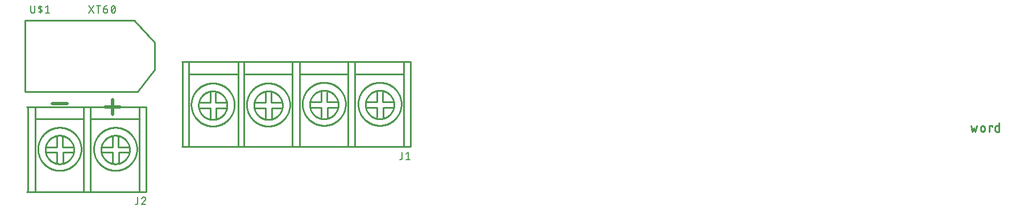
<source format=gbr>
G04 EAGLE Gerber RS-274X export*
G75*
%MOMM*%
%FSLAX34Y34*%
%LPD*%
%INSilkscreen Top*%
%IPPOS*%
%AMOC8*
5,1,8,0,0,1.08239X$1,22.5*%
G01*
%ADD10C,0.228600*%
%ADD11C,0.254000*%
%ADD12C,0.177800*%
%ADD13C,0.533400*%


D10*
X1532763Y136779D02*
X1534922Y128143D01*
X1537081Y133900D01*
X1539240Y128143D01*
X1541399Y136779D01*
X1547435Y133900D02*
X1547435Y131022D01*
X1547434Y133900D02*
X1547436Y134006D01*
X1547442Y134113D01*
X1547452Y134219D01*
X1547465Y134324D01*
X1547483Y134429D01*
X1547505Y134533D01*
X1547530Y134637D01*
X1547559Y134739D01*
X1547592Y134840D01*
X1547628Y134940D01*
X1547669Y135039D01*
X1547713Y135135D01*
X1547760Y135231D01*
X1547811Y135324D01*
X1547865Y135416D01*
X1547923Y135505D01*
X1547984Y135592D01*
X1548048Y135677D01*
X1548115Y135760D01*
X1548185Y135840D01*
X1548259Y135917D01*
X1548334Y135991D01*
X1548413Y136063D01*
X1548494Y136132D01*
X1548578Y136197D01*
X1548664Y136260D01*
X1548752Y136319D01*
X1548843Y136375D01*
X1548935Y136428D01*
X1549030Y136477D01*
X1549126Y136523D01*
X1549224Y136565D01*
X1549323Y136603D01*
X1549423Y136638D01*
X1549525Y136669D01*
X1549628Y136696D01*
X1549732Y136720D01*
X1549836Y136739D01*
X1549942Y136755D01*
X1550047Y136767D01*
X1550153Y136775D01*
X1550260Y136779D01*
X1550366Y136779D01*
X1550473Y136775D01*
X1550579Y136767D01*
X1550684Y136755D01*
X1550790Y136739D01*
X1550894Y136720D01*
X1550998Y136696D01*
X1551101Y136669D01*
X1551203Y136638D01*
X1551303Y136603D01*
X1551402Y136565D01*
X1551500Y136523D01*
X1551596Y136477D01*
X1551691Y136428D01*
X1551783Y136375D01*
X1551874Y136319D01*
X1551962Y136260D01*
X1552048Y136197D01*
X1552132Y136132D01*
X1552213Y136063D01*
X1552292Y135991D01*
X1552367Y135917D01*
X1552441Y135840D01*
X1552511Y135760D01*
X1552578Y135677D01*
X1552642Y135592D01*
X1552703Y135505D01*
X1552761Y135416D01*
X1552815Y135324D01*
X1552866Y135231D01*
X1552913Y135135D01*
X1552957Y135039D01*
X1552998Y134940D01*
X1553034Y134840D01*
X1553067Y134739D01*
X1553096Y134637D01*
X1553121Y134533D01*
X1553143Y134429D01*
X1553161Y134324D01*
X1553174Y134219D01*
X1553184Y134113D01*
X1553190Y134006D01*
X1553192Y133900D01*
X1553192Y131022D01*
X1553190Y130916D01*
X1553184Y130809D01*
X1553174Y130703D01*
X1553161Y130598D01*
X1553143Y130493D01*
X1553121Y130389D01*
X1553096Y130285D01*
X1553067Y130183D01*
X1553034Y130082D01*
X1552998Y129982D01*
X1552957Y129883D01*
X1552913Y129787D01*
X1552866Y129691D01*
X1552815Y129598D01*
X1552761Y129506D01*
X1552703Y129417D01*
X1552642Y129330D01*
X1552578Y129245D01*
X1552511Y129162D01*
X1552441Y129082D01*
X1552367Y129005D01*
X1552292Y128931D01*
X1552213Y128859D01*
X1552132Y128790D01*
X1552048Y128725D01*
X1551962Y128662D01*
X1551874Y128603D01*
X1551783Y128547D01*
X1551691Y128494D01*
X1551596Y128445D01*
X1551500Y128399D01*
X1551402Y128357D01*
X1551303Y128319D01*
X1551203Y128284D01*
X1551101Y128253D01*
X1550998Y128226D01*
X1550894Y128202D01*
X1550790Y128183D01*
X1550684Y128167D01*
X1550579Y128155D01*
X1550473Y128147D01*
X1550366Y128143D01*
X1550260Y128143D01*
X1550153Y128147D01*
X1550047Y128155D01*
X1549942Y128167D01*
X1549836Y128183D01*
X1549732Y128202D01*
X1549628Y128226D01*
X1549525Y128253D01*
X1549423Y128284D01*
X1549323Y128319D01*
X1549224Y128357D01*
X1549126Y128399D01*
X1549030Y128445D01*
X1548935Y128494D01*
X1548843Y128547D01*
X1548752Y128603D01*
X1548664Y128662D01*
X1548578Y128725D01*
X1548494Y128790D01*
X1548413Y128859D01*
X1548334Y128931D01*
X1548259Y129005D01*
X1548185Y129082D01*
X1548115Y129162D01*
X1548048Y129245D01*
X1547984Y129330D01*
X1547923Y129417D01*
X1547865Y129506D01*
X1547811Y129598D01*
X1547760Y129691D01*
X1547713Y129787D01*
X1547669Y129883D01*
X1547628Y129982D01*
X1547592Y130082D01*
X1547559Y130183D01*
X1547530Y130285D01*
X1547505Y130389D01*
X1547483Y130493D01*
X1547465Y130598D01*
X1547452Y130703D01*
X1547442Y130809D01*
X1547436Y130916D01*
X1547434Y131022D01*
X1559868Y128143D02*
X1559868Y136779D01*
X1564186Y136779D01*
X1564186Y135340D01*
X1574537Y141097D02*
X1574537Y128143D01*
X1570938Y128143D01*
X1570846Y128145D01*
X1570755Y128151D01*
X1570664Y128160D01*
X1570573Y128174D01*
X1570483Y128191D01*
X1570394Y128213D01*
X1570306Y128238D01*
X1570219Y128266D01*
X1570133Y128299D01*
X1570049Y128335D01*
X1569966Y128374D01*
X1569885Y128417D01*
X1569806Y128464D01*
X1569729Y128513D01*
X1569654Y128566D01*
X1569582Y128622D01*
X1569512Y128681D01*
X1569444Y128743D01*
X1569379Y128808D01*
X1569317Y128876D01*
X1569258Y128946D01*
X1569202Y129018D01*
X1569149Y129093D01*
X1569100Y129170D01*
X1569053Y129249D01*
X1569010Y129330D01*
X1568971Y129413D01*
X1568935Y129497D01*
X1568902Y129583D01*
X1568874Y129670D01*
X1568849Y129758D01*
X1568827Y129847D01*
X1568810Y129937D01*
X1568796Y130028D01*
X1568787Y130119D01*
X1568781Y130210D01*
X1568779Y130302D01*
X1568779Y134620D01*
X1568781Y134712D01*
X1568787Y134803D01*
X1568796Y134894D01*
X1568810Y134985D01*
X1568827Y135075D01*
X1568849Y135164D01*
X1568874Y135252D01*
X1568902Y135339D01*
X1568935Y135425D01*
X1568971Y135509D01*
X1569010Y135592D01*
X1569053Y135673D01*
X1569100Y135752D01*
X1569149Y135829D01*
X1569202Y135904D01*
X1569258Y135976D01*
X1569317Y136046D01*
X1569379Y136114D01*
X1569444Y136179D01*
X1569512Y136241D01*
X1569582Y136300D01*
X1569654Y136356D01*
X1569729Y136409D01*
X1569806Y136458D01*
X1569885Y136505D01*
X1569966Y136548D01*
X1570049Y136587D01*
X1570133Y136623D01*
X1570219Y136656D01*
X1570306Y136684D01*
X1570394Y136709D01*
X1570483Y136731D01*
X1570573Y136748D01*
X1570664Y136762D01*
X1570755Y136771D01*
X1570846Y136777D01*
X1570938Y136779D01*
X1574537Y136779D01*
D11*
X698500Y105410D02*
X698500Y232410D01*
X698500Y105410D02*
X615500Y105410D01*
X441500Y105410D01*
X441500Y232410D01*
X698500Y232410D01*
X615500Y214410D02*
X615500Y105410D01*
X615500Y214410D02*
X615500Y231410D01*
X522500Y214410D02*
X522500Y106410D01*
X522500Y214410D02*
X522500Y232410D01*
X605500Y232410D02*
X605500Y106410D01*
X533500Y106410D02*
X533500Y214410D01*
X533500Y232410D01*
X688500Y214410D02*
X688500Y106410D01*
X688500Y214410D02*
X688500Y232410D01*
X450500Y214410D02*
X450500Y105410D01*
X620360Y169410D02*
X620370Y170199D01*
X620399Y170987D01*
X620447Y171774D01*
X620515Y172560D01*
X620602Y173344D01*
X620708Y174126D01*
X620833Y174905D01*
X620978Y175680D01*
X621141Y176452D01*
X621323Y177219D01*
X621524Y177982D01*
X621744Y178740D01*
X621982Y179492D01*
X622239Y180238D01*
X622514Y180977D01*
X622807Y181709D01*
X623117Y182434D01*
X623446Y183152D01*
X623792Y183861D01*
X624155Y184561D01*
X624535Y185252D01*
X624933Y185933D01*
X625346Y186605D01*
X625777Y187266D01*
X626223Y187916D01*
X626685Y188556D01*
X627163Y189184D01*
X627655Y189799D01*
X628163Y190403D01*
X628686Y190994D01*
X629223Y191572D01*
X629774Y192136D01*
X630338Y192687D01*
X630916Y193224D01*
X631507Y193747D01*
X632111Y194255D01*
X632726Y194747D01*
X633354Y195225D01*
X633994Y195687D01*
X634644Y196133D01*
X635305Y196564D01*
X635977Y196977D01*
X636658Y197375D01*
X637349Y197755D01*
X638049Y198118D01*
X638758Y198464D01*
X639476Y198793D01*
X640201Y199103D01*
X640933Y199396D01*
X641672Y199671D01*
X642418Y199928D01*
X643170Y200166D01*
X643928Y200386D01*
X644691Y200587D01*
X645458Y200769D01*
X646230Y200932D01*
X647005Y201077D01*
X647784Y201202D01*
X648566Y201308D01*
X649350Y201395D01*
X650136Y201463D01*
X650923Y201511D01*
X651711Y201540D01*
X652500Y201550D01*
X653289Y201540D01*
X654077Y201511D01*
X654864Y201463D01*
X655650Y201395D01*
X656434Y201308D01*
X657216Y201202D01*
X657995Y201077D01*
X658770Y200932D01*
X659542Y200769D01*
X660309Y200587D01*
X661072Y200386D01*
X661830Y200166D01*
X662582Y199928D01*
X663328Y199671D01*
X664067Y199396D01*
X664799Y199103D01*
X665524Y198793D01*
X666242Y198464D01*
X666951Y198118D01*
X667651Y197755D01*
X668342Y197375D01*
X669023Y196977D01*
X669695Y196564D01*
X670356Y196133D01*
X671006Y195687D01*
X671646Y195225D01*
X672274Y194747D01*
X672889Y194255D01*
X673493Y193747D01*
X674084Y193224D01*
X674662Y192687D01*
X675226Y192136D01*
X675777Y191572D01*
X676314Y190994D01*
X676837Y190403D01*
X677345Y189799D01*
X677837Y189184D01*
X678315Y188556D01*
X678777Y187916D01*
X679223Y187266D01*
X679654Y186605D01*
X680067Y185933D01*
X680465Y185252D01*
X680845Y184561D01*
X681208Y183861D01*
X681554Y183152D01*
X681883Y182434D01*
X682193Y181709D01*
X682486Y180977D01*
X682761Y180238D01*
X683018Y179492D01*
X683256Y178740D01*
X683476Y177982D01*
X683677Y177219D01*
X683859Y176452D01*
X684022Y175680D01*
X684167Y174905D01*
X684292Y174126D01*
X684398Y173344D01*
X684485Y172560D01*
X684553Y171774D01*
X684601Y170987D01*
X684630Y170199D01*
X684640Y169410D01*
X684630Y168621D01*
X684601Y167833D01*
X684553Y167046D01*
X684485Y166260D01*
X684398Y165476D01*
X684292Y164694D01*
X684167Y163915D01*
X684022Y163140D01*
X683859Y162368D01*
X683677Y161601D01*
X683476Y160838D01*
X683256Y160080D01*
X683018Y159328D01*
X682761Y158582D01*
X682486Y157843D01*
X682193Y157111D01*
X681883Y156386D01*
X681554Y155668D01*
X681208Y154959D01*
X680845Y154259D01*
X680465Y153568D01*
X680067Y152887D01*
X679654Y152215D01*
X679223Y151554D01*
X678777Y150904D01*
X678315Y150264D01*
X677837Y149636D01*
X677345Y149021D01*
X676837Y148417D01*
X676314Y147826D01*
X675777Y147248D01*
X675226Y146684D01*
X674662Y146133D01*
X674084Y145596D01*
X673493Y145073D01*
X672889Y144565D01*
X672274Y144073D01*
X671646Y143595D01*
X671006Y143133D01*
X670356Y142687D01*
X669695Y142256D01*
X669023Y141843D01*
X668342Y141445D01*
X667651Y141065D01*
X666951Y140702D01*
X666242Y140356D01*
X665524Y140027D01*
X664799Y139717D01*
X664067Y139424D01*
X663328Y139149D01*
X662582Y138892D01*
X661830Y138654D01*
X661072Y138434D01*
X660309Y138233D01*
X659542Y138051D01*
X658770Y137888D01*
X657995Y137743D01*
X657216Y137618D01*
X656434Y137512D01*
X655650Y137425D01*
X654864Y137357D01*
X654077Y137309D01*
X653289Y137280D01*
X652500Y137270D01*
X651711Y137280D01*
X650923Y137309D01*
X650136Y137357D01*
X649350Y137425D01*
X648566Y137512D01*
X647784Y137618D01*
X647005Y137743D01*
X646230Y137888D01*
X645458Y138051D01*
X644691Y138233D01*
X643928Y138434D01*
X643170Y138654D01*
X642418Y138892D01*
X641672Y139149D01*
X640933Y139424D01*
X640201Y139717D01*
X639476Y140027D01*
X638758Y140356D01*
X638049Y140702D01*
X637349Y141065D01*
X636658Y141445D01*
X635977Y141843D01*
X635305Y142256D01*
X634644Y142687D01*
X633994Y143133D01*
X633354Y143595D01*
X632726Y144073D01*
X632111Y144565D01*
X631507Y145073D01*
X630916Y145596D01*
X630338Y146133D01*
X629774Y146684D01*
X629223Y147248D01*
X628686Y147826D01*
X628163Y148417D01*
X627655Y149021D01*
X627163Y149636D01*
X626685Y150264D01*
X626223Y150904D01*
X625777Y151554D01*
X625346Y152215D01*
X624933Y152887D01*
X624535Y153568D01*
X624155Y154259D01*
X623792Y154959D01*
X623446Y155668D01*
X623117Y156386D01*
X622807Y157111D01*
X622514Y157843D01*
X622239Y158582D01*
X621982Y159328D01*
X621744Y160080D01*
X621524Y160838D01*
X621323Y161601D01*
X621141Y162368D01*
X620978Y163140D01*
X620833Y163915D01*
X620708Y164694D01*
X620602Y165476D01*
X620515Y166260D01*
X620447Y167046D01*
X620399Y167833D01*
X620370Y168621D01*
X620360Y169410D01*
X631240Y168410D02*
X631246Y168932D01*
X631266Y169453D01*
X631298Y169974D01*
X631342Y170494D01*
X631400Y171012D01*
X631470Y171529D01*
X631553Y172045D01*
X631649Y172558D01*
X631757Y173068D01*
X631877Y173576D01*
X632010Y174080D01*
X632155Y174581D01*
X632313Y175079D01*
X632483Y175572D01*
X632665Y176061D01*
X632858Y176546D01*
X633064Y177025D01*
X633281Y177500D01*
X633510Y177969D01*
X633750Y178432D01*
X634002Y178889D01*
X634265Y179340D01*
X634538Y179784D01*
X634823Y180221D01*
X635118Y180652D01*
X635424Y181075D01*
X635740Y181490D01*
X636066Y181897D01*
X636402Y182296D01*
X636747Y182687D01*
X637103Y183070D01*
X637467Y183443D01*
X637840Y183807D01*
X638223Y184163D01*
X638614Y184508D01*
X639013Y184844D01*
X639420Y185170D01*
X639835Y185486D01*
X640258Y185792D01*
X640689Y186087D01*
X641126Y186372D01*
X641570Y186645D01*
X642021Y186908D01*
X642478Y187160D01*
X642941Y187400D01*
X643410Y187629D01*
X643885Y187846D01*
X644364Y188052D01*
X644849Y188245D01*
X645338Y188427D01*
X645831Y188597D01*
X646329Y188755D01*
X646830Y188900D01*
X647334Y189033D01*
X647842Y189153D01*
X648352Y189261D01*
X648865Y189357D01*
X649381Y189440D01*
X649898Y189510D01*
X650416Y189568D01*
X650936Y189612D01*
X651457Y189644D01*
X651978Y189664D01*
X652500Y189670D01*
X653022Y189664D01*
X653543Y189644D01*
X654064Y189612D01*
X654584Y189568D01*
X655102Y189510D01*
X655619Y189440D01*
X656135Y189357D01*
X656648Y189261D01*
X657158Y189153D01*
X657666Y189033D01*
X658170Y188900D01*
X658671Y188755D01*
X659169Y188597D01*
X659662Y188427D01*
X660151Y188245D01*
X660636Y188052D01*
X661115Y187846D01*
X661590Y187629D01*
X662059Y187400D01*
X662522Y187160D01*
X662979Y186908D01*
X663430Y186645D01*
X663874Y186372D01*
X664311Y186087D01*
X664742Y185792D01*
X665165Y185486D01*
X665580Y185170D01*
X665987Y184844D01*
X666386Y184508D01*
X666777Y184163D01*
X667160Y183807D01*
X667533Y183443D01*
X667897Y183070D01*
X668253Y182687D01*
X668598Y182296D01*
X668934Y181897D01*
X669260Y181490D01*
X669576Y181075D01*
X669882Y180652D01*
X670177Y180221D01*
X670462Y179784D01*
X670735Y179340D01*
X670998Y178889D01*
X671250Y178432D01*
X671490Y177969D01*
X671719Y177500D01*
X671936Y177025D01*
X672142Y176546D01*
X672335Y176061D01*
X672517Y175572D01*
X672687Y175079D01*
X672845Y174581D01*
X672990Y174080D01*
X673123Y173576D01*
X673243Y173068D01*
X673351Y172558D01*
X673447Y172045D01*
X673530Y171529D01*
X673600Y171012D01*
X673658Y170494D01*
X673702Y169974D01*
X673734Y169453D01*
X673754Y168932D01*
X673760Y168410D01*
X673754Y167888D01*
X673734Y167367D01*
X673702Y166846D01*
X673658Y166326D01*
X673600Y165808D01*
X673530Y165291D01*
X673447Y164775D01*
X673351Y164262D01*
X673243Y163752D01*
X673123Y163244D01*
X672990Y162740D01*
X672845Y162239D01*
X672687Y161741D01*
X672517Y161248D01*
X672335Y160759D01*
X672142Y160274D01*
X671936Y159795D01*
X671719Y159320D01*
X671490Y158851D01*
X671250Y158388D01*
X670998Y157931D01*
X670735Y157480D01*
X670462Y157036D01*
X670177Y156599D01*
X669882Y156168D01*
X669576Y155745D01*
X669260Y155330D01*
X668934Y154923D01*
X668598Y154524D01*
X668253Y154133D01*
X667897Y153750D01*
X667533Y153377D01*
X667160Y153013D01*
X666777Y152657D01*
X666386Y152312D01*
X665987Y151976D01*
X665580Y151650D01*
X665165Y151334D01*
X664742Y151028D01*
X664311Y150733D01*
X663874Y150448D01*
X663430Y150175D01*
X662979Y149912D01*
X662522Y149660D01*
X662059Y149420D01*
X661590Y149191D01*
X661115Y148974D01*
X660636Y148768D01*
X660151Y148575D01*
X659662Y148393D01*
X659169Y148223D01*
X658671Y148065D01*
X658170Y147920D01*
X657666Y147787D01*
X657158Y147667D01*
X656648Y147559D01*
X656135Y147463D01*
X655619Y147380D01*
X655102Y147310D01*
X654584Y147252D01*
X654064Y147208D01*
X653543Y147176D01*
X653022Y147156D01*
X652500Y147150D01*
X651978Y147156D01*
X651457Y147176D01*
X650936Y147208D01*
X650416Y147252D01*
X649898Y147310D01*
X649381Y147380D01*
X648865Y147463D01*
X648352Y147559D01*
X647842Y147667D01*
X647334Y147787D01*
X646830Y147920D01*
X646329Y148065D01*
X645831Y148223D01*
X645338Y148393D01*
X644849Y148575D01*
X644364Y148768D01*
X643885Y148974D01*
X643410Y149191D01*
X642941Y149420D01*
X642478Y149660D01*
X642021Y149912D01*
X641570Y150175D01*
X641126Y150448D01*
X640689Y150733D01*
X640258Y151028D01*
X639835Y151334D01*
X639420Y151650D01*
X639013Y151976D01*
X638614Y152312D01*
X638223Y152657D01*
X637840Y153013D01*
X637467Y153377D01*
X637103Y153750D01*
X636747Y154133D01*
X636402Y154524D01*
X636066Y154923D01*
X635740Y155330D01*
X635424Y155745D01*
X635118Y156168D01*
X634823Y156599D01*
X634538Y157036D01*
X634265Y157480D01*
X634002Y157931D01*
X633750Y158388D01*
X633510Y158851D01*
X633281Y159320D01*
X633064Y159795D01*
X632858Y160274D01*
X632665Y160759D01*
X632483Y161248D01*
X632313Y161741D01*
X632155Y162239D01*
X632010Y162740D01*
X631877Y163244D01*
X631757Y163752D01*
X631649Y164262D01*
X631553Y164775D01*
X631470Y165291D01*
X631400Y165808D01*
X631342Y166326D01*
X631298Y166846D01*
X631266Y167367D01*
X631246Y167888D01*
X631240Y168410D01*
X450500Y214410D02*
X450500Y231410D01*
X657500Y164410D02*
X657500Y148410D01*
X657500Y164410D02*
X672500Y164410D01*
X672500Y172410D02*
X656500Y172410D01*
X656500Y187410D01*
X648500Y188410D02*
X648500Y172410D01*
X633500Y172410D01*
X632500Y164410D02*
X648500Y164410D01*
X648500Y149410D01*
X537360Y169410D02*
X537370Y170199D01*
X537399Y170987D01*
X537447Y171774D01*
X537515Y172560D01*
X537602Y173344D01*
X537708Y174126D01*
X537833Y174905D01*
X537978Y175680D01*
X538141Y176452D01*
X538323Y177219D01*
X538524Y177982D01*
X538744Y178740D01*
X538982Y179492D01*
X539239Y180238D01*
X539514Y180977D01*
X539807Y181709D01*
X540117Y182434D01*
X540446Y183152D01*
X540792Y183861D01*
X541155Y184561D01*
X541535Y185252D01*
X541933Y185933D01*
X542346Y186605D01*
X542777Y187266D01*
X543223Y187916D01*
X543685Y188556D01*
X544163Y189184D01*
X544655Y189799D01*
X545163Y190403D01*
X545686Y190994D01*
X546223Y191572D01*
X546774Y192136D01*
X547338Y192687D01*
X547916Y193224D01*
X548507Y193747D01*
X549111Y194255D01*
X549726Y194747D01*
X550354Y195225D01*
X550994Y195687D01*
X551644Y196133D01*
X552305Y196564D01*
X552977Y196977D01*
X553658Y197375D01*
X554349Y197755D01*
X555049Y198118D01*
X555758Y198464D01*
X556476Y198793D01*
X557201Y199103D01*
X557933Y199396D01*
X558672Y199671D01*
X559418Y199928D01*
X560170Y200166D01*
X560928Y200386D01*
X561691Y200587D01*
X562458Y200769D01*
X563230Y200932D01*
X564005Y201077D01*
X564784Y201202D01*
X565566Y201308D01*
X566350Y201395D01*
X567136Y201463D01*
X567923Y201511D01*
X568711Y201540D01*
X569500Y201550D01*
X570289Y201540D01*
X571077Y201511D01*
X571864Y201463D01*
X572650Y201395D01*
X573434Y201308D01*
X574216Y201202D01*
X574995Y201077D01*
X575770Y200932D01*
X576542Y200769D01*
X577309Y200587D01*
X578072Y200386D01*
X578830Y200166D01*
X579582Y199928D01*
X580328Y199671D01*
X581067Y199396D01*
X581799Y199103D01*
X582524Y198793D01*
X583242Y198464D01*
X583951Y198118D01*
X584651Y197755D01*
X585342Y197375D01*
X586023Y196977D01*
X586695Y196564D01*
X587356Y196133D01*
X588006Y195687D01*
X588646Y195225D01*
X589274Y194747D01*
X589889Y194255D01*
X590493Y193747D01*
X591084Y193224D01*
X591662Y192687D01*
X592226Y192136D01*
X592777Y191572D01*
X593314Y190994D01*
X593837Y190403D01*
X594345Y189799D01*
X594837Y189184D01*
X595315Y188556D01*
X595777Y187916D01*
X596223Y187266D01*
X596654Y186605D01*
X597067Y185933D01*
X597465Y185252D01*
X597845Y184561D01*
X598208Y183861D01*
X598554Y183152D01*
X598883Y182434D01*
X599193Y181709D01*
X599486Y180977D01*
X599761Y180238D01*
X600018Y179492D01*
X600256Y178740D01*
X600476Y177982D01*
X600677Y177219D01*
X600859Y176452D01*
X601022Y175680D01*
X601167Y174905D01*
X601292Y174126D01*
X601398Y173344D01*
X601485Y172560D01*
X601553Y171774D01*
X601601Y170987D01*
X601630Y170199D01*
X601640Y169410D01*
X601630Y168621D01*
X601601Y167833D01*
X601553Y167046D01*
X601485Y166260D01*
X601398Y165476D01*
X601292Y164694D01*
X601167Y163915D01*
X601022Y163140D01*
X600859Y162368D01*
X600677Y161601D01*
X600476Y160838D01*
X600256Y160080D01*
X600018Y159328D01*
X599761Y158582D01*
X599486Y157843D01*
X599193Y157111D01*
X598883Y156386D01*
X598554Y155668D01*
X598208Y154959D01*
X597845Y154259D01*
X597465Y153568D01*
X597067Y152887D01*
X596654Y152215D01*
X596223Y151554D01*
X595777Y150904D01*
X595315Y150264D01*
X594837Y149636D01*
X594345Y149021D01*
X593837Y148417D01*
X593314Y147826D01*
X592777Y147248D01*
X592226Y146684D01*
X591662Y146133D01*
X591084Y145596D01*
X590493Y145073D01*
X589889Y144565D01*
X589274Y144073D01*
X588646Y143595D01*
X588006Y143133D01*
X587356Y142687D01*
X586695Y142256D01*
X586023Y141843D01*
X585342Y141445D01*
X584651Y141065D01*
X583951Y140702D01*
X583242Y140356D01*
X582524Y140027D01*
X581799Y139717D01*
X581067Y139424D01*
X580328Y139149D01*
X579582Y138892D01*
X578830Y138654D01*
X578072Y138434D01*
X577309Y138233D01*
X576542Y138051D01*
X575770Y137888D01*
X574995Y137743D01*
X574216Y137618D01*
X573434Y137512D01*
X572650Y137425D01*
X571864Y137357D01*
X571077Y137309D01*
X570289Y137280D01*
X569500Y137270D01*
X568711Y137280D01*
X567923Y137309D01*
X567136Y137357D01*
X566350Y137425D01*
X565566Y137512D01*
X564784Y137618D01*
X564005Y137743D01*
X563230Y137888D01*
X562458Y138051D01*
X561691Y138233D01*
X560928Y138434D01*
X560170Y138654D01*
X559418Y138892D01*
X558672Y139149D01*
X557933Y139424D01*
X557201Y139717D01*
X556476Y140027D01*
X555758Y140356D01*
X555049Y140702D01*
X554349Y141065D01*
X553658Y141445D01*
X552977Y141843D01*
X552305Y142256D01*
X551644Y142687D01*
X550994Y143133D01*
X550354Y143595D01*
X549726Y144073D01*
X549111Y144565D01*
X548507Y145073D01*
X547916Y145596D01*
X547338Y146133D01*
X546774Y146684D01*
X546223Y147248D01*
X545686Y147826D01*
X545163Y148417D01*
X544655Y149021D01*
X544163Y149636D01*
X543685Y150264D01*
X543223Y150904D01*
X542777Y151554D01*
X542346Y152215D01*
X541933Y152887D01*
X541535Y153568D01*
X541155Y154259D01*
X540792Y154959D01*
X540446Y155668D01*
X540117Y156386D01*
X539807Y157111D01*
X539514Y157843D01*
X539239Y158582D01*
X538982Y159328D01*
X538744Y160080D01*
X538524Y160838D01*
X538323Y161601D01*
X538141Y162368D01*
X537978Y163140D01*
X537833Y163915D01*
X537708Y164694D01*
X537602Y165476D01*
X537515Y166260D01*
X537447Y167046D01*
X537399Y167833D01*
X537370Y168621D01*
X537360Y169410D01*
X548240Y168410D02*
X548246Y168932D01*
X548266Y169453D01*
X548298Y169974D01*
X548342Y170494D01*
X548400Y171012D01*
X548470Y171529D01*
X548553Y172045D01*
X548649Y172558D01*
X548757Y173068D01*
X548877Y173576D01*
X549010Y174080D01*
X549155Y174581D01*
X549313Y175079D01*
X549483Y175572D01*
X549665Y176061D01*
X549858Y176546D01*
X550064Y177025D01*
X550281Y177500D01*
X550510Y177969D01*
X550750Y178432D01*
X551002Y178889D01*
X551265Y179340D01*
X551538Y179784D01*
X551823Y180221D01*
X552118Y180652D01*
X552424Y181075D01*
X552740Y181490D01*
X553066Y181897D01*
X553402Y182296D01*
X553747Y182687D01*
X554103Y183070D01*
X554467Y183443D01*
X554840Y183807D01*
X555223Y184163D01*
X555614Y184508D01*
X556013Y184844D01*
X556420Y185170D01*
X556835Y185486D01*
X557258Y185792D01*
X557689Y186087D01*
X558126Y186372D01*
X558570Y186645D01*
X559021Y186908D01*
X559478Y187160D01*
X559941Y187400D01*
X560410Y187629D01*
X560885Y187846D01*
X561364Y188052D01*
X561849Y188245D01*
X562338Y188427D01*
X562831Y188597D01*
X563329Y188755D01*
X563830Y188900D01*
X564334Y189033D01*
X564842Y189153D01*
X565352Y189261D01*
X565865Y189357D01*
X566381Y189440D01*
X566898Y189510D01*
X567416Y189568D01*
X567936Y189612D01*
X568457Y189644D01*
X568978Y189664D01*
X569500Y189670D01*
X570022Y189664D01*
X570543Y189644D01*
X571064Y189612D01*
X571584Y189568D01*
X572102Y189510D01*
X572619Y189440D01*
X573135Y189357D01*
X573648Y189261D01*
X574158Y189153D01*
X574666Y189033D01*
X575170Y188900D01*
X575671Y188755D01*
X576169Y188597D01*
X576662Y188427D01*
X577151Y188245D01*
X577636Y188052D01*
X578115Y187846D01*
X578590Y187629D01*
X579059Y187400D01*
X579522Y187160D01*
X579979Y186908D01*
X580430Y186645D01*
X580874Y186372D01*
X581311Y186087D01*
X581742Y185792D01*
X582165Y185486D01*
X582580Y185170D01*
X582987Y184844D01*
X583386Y184508D01*
X583777Y184163D01*
X584160Y183807D01*
X584533Y183443D01*
X584897Y183070D01*
X585253Y182687D01*
X585598Y182296D01*
X585934Y181897D01*
X586260Y181490D01*
X586576Y181075D01*
X586882Y180652D01*
X587177Y180221D01*
X587462Y179784D01*
X587735Y179340D01*
X587998Y178889D01*
X588250Y178432D01*
X588490Y177969D01*
X588719Y177500D01*
X588936Y177025D01*
X589142Y176546D01*
X589335Y176061D01*
X589517Y175572D01*
X589687Y175079D01*
X589845Y174581D01*
X589990Y174080D01*
X590123Y173576D01*
X590243Y173068D01*
X590351Y172558D01*
X590447Y172045D01*
X590530Y171529D01*
X590600Y171012D01*
X590658Y170494D01*
X590702Y169974D01*
X590734Y169453D01*
X590754Y168932D01*
X590760Y168410D01*
X590754Y167888D01*
X590734Y167367D01*
X590702Y166846D01*
X590658Y166326D01*
X590600Y165808D01*
X590530Y165291D01*
X590447Y164775D01*
X590351Y164262D01*
X590243Y163752D01*
X590123Y163244D01*
X589990Y162740D01*
X589845Y162239D01*
X589687Y161741D01*
X589517Y161248D01*
X589335Y160759D01*
X589142Y160274D01*
X588936Y159795D01*
X588719Y159320D01*
X588490Y158851D01*
X588250Y158388D01*
X587998Y157931D01*
X587735Y157480D01*
X587462Y157036D01*
X587177Y156599D01*
X586882Y156168D01*
X586576Y155745D01*
X586260Y155330D01*
X585934Y154923D01*
X585598Y154524D01*
X585253Y154133D01*
X584897Y153750D01*
X584533Y153377D01*
X584160Y153013D01*
X583777Y152657D01*
X583386Y152312D01*
X582987Y151976D01*
X582580Y151650D01*
X582165Y151334D01*
X581742Y151028D01*
X581311Y150733D01*
X580874Y150448D01*
X580430Y150175D01*
X579979Y149912D01*
X579522Y149660D01*
X579059Y149420D01*
X578590Y149191D01*
X578115Y148974D01*
X577636Y148768D01*
X577151Y148575D01*
X576662Y148393D01*
X576169Y148223D01*
X575671Y148065D01*
X575170Y147920D01*
X574666Y147787D01*
X574158Y147667D01*
X573648Y147559D01*
X573135Y147463D01*
X572619Y147380D01*
X572102Y147310D01*
X571584Y147252D01*
X571064Y147208D01*
X570543Y147176D01*
X570022Y147156D01*
X569500Y147150D01*
X568978Y147156D01*
X568457Y147176D01*
X567936Y147208D01*
X567416Y147252D01*
X566898Y147310D01*
X566381Y147380D01*
X565865Y147463D01*
X565352Y147559D01*
X564842Y147667D01*
X564334Y147787D01*
X563830Y147920D01*
X563329Y148065D01*
X562831Y148223D01*
X562338Y148393D01*
X561849Y148575D01*
X561364Y148768D01*
X560885Y148974D01*
X560410Y149191D01*
X559941Y149420D01*
X559478Y149660D01*
X559021Y149912D01*
X558570Y150175D01*
X558126Y150448D01*
X557689Y150733D01*
X557258Y151028D01*
X556835Y151334D01*
X556420Y151650D01*
X556013Y151976D01*
X555614Y152312D01*
X555223Y152657D01*
X554840Y153013D01*
X554467Y153377D01*
X554103Y153750D01*
X553747Y154133D01*
X553402Y154524D01*
X553066Y154923D01*
X552740Y155330D01*
X552424Y155745D01*
X552118Y156168D01*
X551823Y156599D01*
X551538Y157036D01*
X551265Y157480D01*
X551002Y157931D01*
X550750Y158388D01*
X550510Y158851D01*
X550281Y159320D01*
X550064Y159795D01*
X549858Y160274D01*
X549665Y160759D01*
X549483Y161248D01*
X549313Y161741D01*
X549155Y162239D01*
X549010Y162740D01*
X548877Y163244D01*
X548757Y163752D01*
X548649Y164262D01*
X548553Y164775D01*
X548470Y165291D01*
X548400Y165808D01*
X548342Y166326D01*
X548298Y166846D01*
X548266Y167367D01*
X548246Y167888D01*
X548240Y168410D01*
X574500Y164410D02*
X574500Y148410D01*
X574500Y164410D02*
X589500Y164410D01*
X589500Y172410D02*
X573500Y172410D01*
X573500Y187410D01*
X565500Y188410D02*
X565500Y172410D01*
X550500Y172410D01*
X549500Y164410D02*
X565500Y164410D01*
X565500Y149410D01*
X454360Y168410D02*
X454370Y169199D01*
X454399Y169987D01*
X454447Y170774D01*
X454515Y171560D01*
X454602Y172344D01*
X454708Y173126D01*
X454833Y173905D01*
X454978Y174680D01*
X455141Y175452D01*
X455323Y176219D01*
X455524Y176982D01*
X455744Y177740D01*
X455982Y178492D01*
X456239Y179238D01*
X456514Y179977D01*
X456807Y180709D01*
X457117Y181434D01*
X457446Y182152D01*
X457792Y182861D01*
X458155Y183561D01*
X458535Y184252D01*
X458933Y184933D01*
X459346Y185605D01*
X459777Y186266D01*
X460223Y186916D01*
X460685Y187556D01*
X461163Y188184D01*
X461655Y188799D01*
X462163Y189403D01*
X462686Y189994D01*
X463223Y190572D01*
X463774Y191136D01*
X464338Y191687D01*
X464916Y192224D01*
X465507Y192747D01*
X466111Y193255D01*
X466726Y193747D01*
X467354Y194225D01*
X467994Y194687D01*
X468644Y195133D01*
X469305Y195564D01*
X469977Y195977D01*
X470658Y196375D01*
X471349Y196755D01*
X472049Y197118D01*
X472758Y197464D01*
X473476Y197793D01*
X474201Y198103D01*
X474933Y198396D01*
X475672Y198671D01*
X476418Y198928D01*
X477170Y199166D01*
X477928Y199386D01*
X478691Y199587D01*
X479458Y199769D01*
X480230Y199932D01*
X481005Y200077D01*
X481784Y200202D01*
X482566Y200308D01*
X483350Y200395D01*
X484136Y200463D01*
X484923Y200511D01*
X485711Y200540D01*
X486500Y200550D01*
X487289Y200540D01*
X488077Y200511D01*
X488864Y200463D01*
X489650Y200395D01*
X490434Y200308D01*
X491216Y200202D01*
X491995Y200077D01*
X492770Y199932D01*
X493542Y199769D01*
X494309Y199587D01*
X495072Y199386D01*
X495830Y199166D01*
X496582Y198928D01*
X497328Y198671D01*
X498067Y198396D01*
X498799Y198103D01*
X499524Y197793D01*
X500242Y197464D01*
X500951Y197118D01*
X501651Y196755D01*
X502342Y196375D01*
X503023Y195977D01*
X503695Y195564D01*
X504356Y195133D01*
X505006Y194687D01*
X505646Y194225D01*
X506274Y193747D01*
X506889Y193255D01*
X507493Y192747D01*
X508084Y192224D01*
X508662Y191687D01*
X509226Y191136D01*
X509777Y190572D01*
X510314Y189994D01*
X510837Y189403D01*
X511345Y188799D01*
X511837Y188184D01*
X512315Y187556D01*
X512777Y186916D01*
X513223Y186266D01*
X513654Y185605D01*
X514067Y184933D01*
X514465Y184252D01*
X514845Y183561D01*
X515208Y182861D01*
X515554Y182152D01*
X515883Y181434D01*
X516193Y180709D01*
X516486Y179977D01*
X516761Y179238D01*
X517018Y178492D01*
X517256Y177740D01*
X517476Y176982D01*
X517677Y176219D01*
X517859Y175452D01*
X518022Y174680D01*
X518167Y173905D01*
X518292Y173126D01*
X518398Y172344D01*
X518485Y171560D01*
X518553Y170774D01*
X518601Y169987D01*
X518630Y169199D01*
X518640Y168410D01*
X518630Y167621D01*
X518601Y166833D01*
X518553Y166046D01*
X518485Y165260D01*
X518398Y164476D01*
X518292Y163694D01*
X518167Y162915D01*
X518022Y162140D01*
X517859Y161368D01*
X517677Y160601D01*
X517476Y159838D01*
X517256Y159080D01*
X517018Y158328D01*
X516761Y157582D01*
X516486Y156843D01*
X516193Y156111D01*
X515883Y155386D01*
X515554Y154668D01*
X515208Y153959D01*
X514845Y153259D01*
X514465Y152568D01*
X514067Y151887D01*
X513654Y151215D01*
X513223Y150554D01*
X512777Y149904D01*
X512315Y149264D01*
X511837Y148636D01*
X511345Y148021D01*
X510837Y147417D01*
X510314Y146826D01*
X509777Y146248D01*
X509226Y145684D01*
X508662Y145133D01*
X508084Y144596D01*
X507493Y144073D01*
X506889Y143565D01*
X506274Y143073D01*
X505646Y142595D01*
X505006Y142133D01*
X504356Y141687D01*
X503695Y141256D01*
X503023Y140843D01*
X502342Y140445D01*
X501651Y140065D01*
X500951Y139702D01*
X500242Y139356D01*
X499524Y139027D01*
X498799Y138717D01*
X498067Y138424D01*
X497328Y138149D01*
X496582Y137892D01*
X495830Y137654D01*
X495072Y137434D01*
X494309Y137233D01*
X493542Y137051D01*
X492770Y136888D01*
X491995Y136743D01*
X491216Y136618D01*
X490434Y136512D01*
X489650Y136425D01*
X488864Y136357D01*
X488077Y136309D01*
X487289Y136280D01*
X486500Y136270D01*
X485711Y136280D01*
X484923Y136309D01*
X484136Y136357D01*
X483350Y136425D01*
X482566Y136512D01*
X481784Y136618D01*
X481005Y136743D01*
X480230Y136888D01*
X479458Y137051D01*
X478691Y137233D01*
X477928Y137434D01*
X477170Y137654D01*
X476418Y137892D01*
X475672Y138149D01*
X474933Y138424D01*
X474201Y138717D01*
X473476Y139027D01*
X472758Y139356D01*
X472049Y139702D01*
X471349Y140065D01*
X470658Y140445D01*
X469977Y140843D01*
X469305Y141256D01*
X468644Y141687D01*
X467994Y142133D01*
X467354Y142595D01*
X466726Y143073D01*
X466111Y143565D01*
X465507Y144073D01*
X464916Y144596D01*
X464338Y145133D01*
X463774Y145684D01*
X463223Y146248D01*
X462686Y146826D01*
X462163Y147417D01*
X461655Y148021D01*
X461163Y148636D01*
X460685Y149264D01*
X460223Y149904D01*
X459777Y150554D01*
X459346Y151215D01*
X458933Y151887D01*
X458535Y152568D01*
X458155Y153259D01*
X457792Y153959D01*
X457446Y154668D01*
X457117Y155386D01*
X456807Y156111D01*
X456514Y156843D01*
X456239Y157582D01*
X455982Y158328D01*
X455744Y159080D01*
X455524Y159838D01*
X455323Y160601D01*
X455141Y161368D01*
X454978Y162140D01*
X454833Y162915D01*
X454708Y163694D01*
X454602Y164476D01*
X454515Y165260D01*
X454447Y166046D01*
X454399Y166833D01*
X454370Y167621D01*
X454360Y168410D01*
X465240Y167410D02*
X465246Y167932D01*
X465266Y168453D01*
X465298Y168974D01*
X465342Y169494D01*
X465400Y170012D01*
X465470Y170529D01*
X465553Y171045D01*
X465649Y171558D01*
X465757Y172068D01*
X465877Y172576D01*
X466010Y173080D01*
X466155Y173581D01*
X466313Y174079D01*
X466483Y174572D01*
X466665Y175061D01*
X466858Y175546D01*
X467064Y176025D01*
X467281Y176500D01*
X467510Y176969D01*
X467750Y177432D01*
X468002Y177889D01*
X468265Y178340D01*
X468538Y178784D01*
X468823Y179221D01*
X469118Y179652D01*
X469424Y180075D01*
X469740Y180490D01*
X470066Y180897D01*
X470402Y181296D01*
X470747Y181687D01*
X471103Y182070D01*
X471467Y182443D01*
X471840Y182807D01*
X472223Y183163D01*
X472614Y183508D01*
X473013Y183844D01*
X473420Y184170D01*
X473835Y184486D01*
X474258Y184792D01*
X474689Y185087D01*
X475126Y185372D01*
X475570Y185645D01*
X476021Y185908D01*
X476478Y186160D01*
X476941Y186400D01*
X477410Y186629D01*
X477885Y186846D01*
X478364Y187052D01*
X478849Y187245D01*
X479338Y187427D01*
X479831Y187597D01*
X480329Y187755D01*
X480830Y187900D01*
X481334Y188033D01*
X481842Y188153D01*
X482352Y188261D01*
X482865Y188357D01*
X483381Y188440D01*
X483898Y188510D01*
X484416Y188568D01*
X484936Y188612D01*
X485457Y188644D01*
X485978Y188664D01*
X486500Y188670D01*
X487022Y188664D01*
X487543Y188644D01*
X488064Y188612D01*
X488584Y188568D01*
X489102Y188510D01*
X489619Y188440D01*
X490135Y188357D01*
X490648Y188261D01*
X491158Y188153D01*
X491666Y188033D01*
X492170Y187900D01*
X492671Y187755D01*
X493169Y187597D01*
X493662Y187427D01*
X494151Y187245D01*
X494636Y187052D01*
X495115Y186846D01*
X495590Y186629D01*
X496059Y186400D01*
X496522Y186160D01*
X496979Y185908D01*
X497430Y185645D01*
X497874Y185372D01*
X498311Y185087D01*
X498742Y184792D01*
X499165Y184486D01*
X499580Y184170D01*
X499987Y183844D01*
X500386Y183508D01*
X500777Y183163D01*
X501160Y182807D01*
X501533Y182443D01*
X501897Y182070D01*
X502253Y181687D01*
X502598Y181296D01*
X502934Y180897D01*
X503260Y180490D01*
X503576Y180075D01*
X503882Y179652D01*
X504177Y179221D01*
X504462Y178784D01*
X504735Y178340D01*
X504998Y177889D01*
X505250Y177432D01*
X505490Y176969D01*
X505719Y176500D01*
X505936Y176025D01*
X506142Y175546D01*
X506335Y175061D01*
X506517Y174572D01*
X506687Y174079D01*
X506845Y173581D01*
X506990Y173080D01*
X507123Y172576D01*
X507243Y172068D01*
X507351Y171558D01*
X507447Y171045D01*
X507530Y170529D01*
X507600Y170012D01*
X507658Y169494D01*
X507702Y168974D01*
X507734Y168453D01*
X507754Y167932D01*
X507760Y167410D01*
X507754Y166888D01*
X507734Y166367D01*
X507702Y165846D01*
X507658Y165326D01*
X507600Y164808D01*
X507530Y164291D01*
X507447Y163775D01*
X507351Y163262D01*
X507243Y162752D01*
X507123Y162244D01*
X506990Y161740D01*
X506845Y161239D01*
X506687Y160741D01*
X506517Y160248D01*
X506335Y159759D01*
X506142Y159274D01*
X505936Y158795D01*
X505719Y158320D01*
X505490Y157851D01*
X505250Y157388D01*
X504998Y156931D01*
X504735Y156480D01*
X504462Y156036D01*
X504177Y155599D01*
X503882Y155168D01*
X503576Y154745D01*
X503260Y154330D01*
X502934Y153923D01*
X502598Y153524D01*
X502253Y153133D01*
X501897Y152750D01*
X501533Y152377D01*
X501160Y152013D01*
X500777Y151657D01*
X500386Y151312D01*
X499987Y150976D01*
X499580Y150650D01*
X499165Y150334D01*
X498742Y150028D01*
X498311Y149733D01*
X497874Y149448D01*
X497430Y149175D01*
X496979Y148912D01*
X496522Y148660D01*
X496059Y148420D01*
X495590Y148191D01*
X495115Y147974D01*
X494636Y147768D01*
X494151Y147575D01*
X493662Y147393D01*
X493169Y147223D01*
X492671Y147065D01*
X492170Y146920D01*
X491666Y146787D01*
X491158Y146667D01*
X490648Y146559D01*
X490135Y146463D01*
X489619Y146380D01*
X489102Y146310D01*
X488584Y146252D01*
X488064Y146208D01*
X487543Y146176D01*
X487022Y146156D01*
X486500Y146150D01*
X485978Y146156D01*
X485457Y146176D01*
X484936Y146208D01*
X484416Y146252D01*
X483898Y146310D01*
X483381Y146380D01*
X482865Y146463D01*
X482352Y146559D01*
X481842Y146667D01*
X481334Y146787D01*
X480830Y146920D01*
X480329Y147065D01*
X479831Y147223D01*
X479338Y147393D01*
X478849Y147575D01*
X478364Y147768D01*
X477885Y147974D01*
X477410Y148191D01*
X476941Y148420D01*
X476478Y148660D01*
X476021Y148912D01*
X475570Y149175D01*
X475126Y149448D01*
X474689Y149733D01*
X474258Y150028D01*
X473835Y150334D01*
X473420Y150650D01*
X473013Y150976D01*
X472614Y151312D01*
X472223Y151657D01*
X471840Y152013D01*
X471467Y152377D01*
X471103Y152750D01*
X470747Y153133D01*
X470402Y153524D01*
X470066Y153923D01*
X469740Y154330D01*
X469424Y154745D01*
X469118Y155168D01*
X468823Y155599D01*
X468538Y156036D01*
X468265Y156480D01*
X468002Y156931D01*
X467750Y157388D01*
X467510Y157851D01*
X467281Y158320D01*
X467064Y158795D01*
X466858Y159274D01*
X466665Y159759D01*
X466483Y160248D01*
X466313Y160741D01*
X466155Y161239D01*
X466010Y161740D01*
X465877Y162244D01*
X465757Y162752D01*
X465649Y163262D01*
X465553Y163775D01*
X465470Y164291D01*
X465400Y164808D01*
X465342Y165326D01*
X465298Y165846D01*
X465266Y166367D01*
X465246Y166888D01*
X465240Y167410D01*
X491500Y163410D02*
X491500Y147410D01*
X491500Y163410D02*
X506500Y163410D01*
X506500Y171410D02*
X490500Y171410D01*
X490500Y186410D01*
X482500Y187410D02*
X482500Y171410D01*
X467500Y171410D01*
X466500Y163410D02*
X482500Y163410D01*
X482500Y148410D01*
X615500Y214410D02*
X688500Y214410D01*
X604500Y214410D02*
X533500Y214410D01*
X522500Y214410D02*
X450500Y214410D01*
X358950Y232410D02*
X358950Y105410D01*
X367950Y105410D02*
X367950Y214410D01*
X367950Y231410D01*
X371810Y168410D02*
X371820Y169199D01*
X371849Y169987D01*
X371897Y170774D01*
X371965Y171560D01*
X372052Y172344D01*
X372158Y173126D01*
X372283Y173905D01*
X372428Y174680D01*
X372591Y175452D01*
X372773Y176219D01*
X372974Y176982D01*
X373194Y177740D01*
X373432Y178492D01*
X373689Y179238D01*
X373964Y179977D01*
X374257Y180709D01*
X374567Y181434D01*
X374896Y182152D01*
X375242Y182861D01*
X375605Y183561D01*
X375985Y184252D01*
X376383Y184933D01*
X376796Y185605D01*
X377227Y186266D01*
X377673Y186916D01*
X378135Y187556D01*
X378613Y188184D01*
X379105Y188799D01*
X379613Y189403D01*
X380136Y189994D01*
X380673Y190572D01*
X381224Y191136D01*
X381788Y191687D01*
X382366Y192224D01*
X382957Y192747D01*
X383561Y193255D01*
X384176Y193747D01*
X384804Y194225D01*
X385444Y194687D01*
X386094Y195133D01*
X386755Y195564D01*
X387427Y195977D01*
X388108Y196375D01*
X388799Y196755D01*
X389499Y197118D01*
X390208Y197464D01*
X390926Y197793D01*
X391651Y198103D01*
X392383Y198396D01*
X393122Y198671D01*
X393868Y198928D01*
X394620Y199166D01*
X395378Y199386D01*
X396141Y199587D01*
X396908Y199769D01*
X397680Y199932D01*
X398455Y200077D01*
X399234Y200202D01*
X400016Y200308D01*
X400800Y200395D01*
X401586Y200463D01*
X402373Y200511D01*
X403161Y200540D01*
X403950Y200550D01*
X404739Y200540D01*
X405527Y200511D01*
X406314Y200463D01*
X407100Y200395D01*
X407884Y200308D01*
X408666Y200202D01*
X409445Y200077D01*
X410220Y199932D01*
X410992Y199769D01*
X411759Y199587D01*
X412522Y199386D01*
X413280Y199166D01*
X414032Y198928D01*
X414778Y198671D01*
X415517Y198396D01*
X416249Y198103D01*
X416974Y197793D01*
X417692Y197464D01*
X418401Y197118D01*
X419101Y196755D01*
X419792Y196375D01*
X420473Y195977D01*
X421145Y195564D01*
X421806Y195133D01*
X422456Y194687D01*
X423096Y194225D01*
X423724Y193747D01*
X424339Y193255D01*
X424943Y192747D01*
X425534Y192224D01*
X426112Y191687D01*
X426676Y191136D01*
X427227Y190572D01*
X427764Y189994D01*
X428287Y189403D01*
X428795Y188799D01*
X429287Y188184D01*
X429765Y187556D01*
X430227Y186916D01*
X430673Y186266D01*
X431104Y185605D01*
X431517Y184933D01*
X431915Y184252D01*
X432295Y183561D01*
X432658Y182861D01*
X433004Y182152D01*
X433333Y181434D01*
X433643Y180709D01*
X433936Y179977D01*
X434211Y179238D01*
X434468Y178492D01*
X434706Y177740D01*
X434926Y176982D01*
X435127Y176219D01*
X435309Y175452D01*
X435472Y174680D01*
X435617Y173905D01*
X435742Y173126D01*
X435848Y172344D01*
X435935Y171560D01*
X436003Y170774D01*
X436051Y169987D01*
X436080Y169199D01*
X436090Y168410D01*
X436080Y167621D01*
X436051Y166833D01*
X436003Y166046D01*
X435935Y165260D01*
X435848Y164476D01*
X435742Y163694D01*
X435617Y162915D01*
X435472Y162140D01*
X435309Y161368D01*
X435127Y160601D01*
X434926Y159838D01*
X434706Y159080D01*
X434468Y158328D01*
X434211Y157582D01*
X433936Y156843D01*
X433643Y156111D01*
X433333Y155386D01*
X433004Y154668D01*
X432658Y153959D01*
X432295Y153259D01*
X431915Y152568D01*
X431517Y151887D01*
X431104Y151215D01*
X430673Y150554D01*
X430227Y149904D01*
X429765Y149264D01*
X429287Y148636D01*
X428795Y148021D01*
X428287Y147417D01*
X427764Y146826D01*
X427227Y146248D01*
X426676Y145684D01*
X426112Y145133D01*
X425534Y144596D01*
X424943Y144073D01*
X424339Y143565D01*
X423724Y143073D01*
X423096Y142595D01*
X422456Y142133D01*
X421806Y141687D01*
X421145Y141256D01*
X420473Y140843D01*
X419792Y140445D01*
X419101Y140065D01*
X418401Y139702D01*
X417692Y139356D01*
X416974Y139027D01*
X416249Y138717D01*
X415517Y138424D01*
X414778Y138149D01*
X414032Y137892D01*
X413280Y137654D01*
X412522Y137434D01*
X411759Y137233D01*
X410992Y137051D01*
X410220Y136888D01*
X409445Y136743D01*
X408666Y136618D01*
X407884Y136512D01*
X407100Y136425D01*
X406314Y136357D01*
X405527Y136309D01*
X404739Y136280D01*
X403950Y136270D01*
X403161Y136280D01*
X402373Y136309D01*
X401586Y136357D01*
X400800Y136425D01*
X400016Y136512D01*
X399234Y136618D01*
X398455Y136743D01*
X397680Y136888D01*
X396908Y137051D01*
X396141Y137233D01*
X395378Y137434D01*
X394620Y137654D01*
X393868Y137892D01*
X393122Y138149D01*
X392383Y138424D01*
X391651Y138717D01*
X390926Y139027D01*
X390208Y139356D01*
X389499Y139702D01*
X388799Y140065D01*
X388108Y140445D01*
X387427Y140843D01*
X386755Y141256D01*
X386094Y141687D01*
X385444Y142133D01*
X384804Y142595D01*
X384176Y143073D01*
X383561Y143565D01*
X382957Y144073D01*
X382366Y144596D01*
X381788Y145133D01*
X381224Y145684D01*
X380673Y146248D01*
X380136Y146826D01*
X379613Y147417D01*
X379105Y148021D01*
X378613Y148636D01*
X378135Y149264D01*
X377673Y149904D01*
X377227Y150554D01*
X376796Y151215D01*
X376383Y151887D01*
X375985Y152568D01*
X375605Y153259D01*
X375242Y153959D01*
X374896Y154668D01*
X374567Y155386D01*
X374257Y156111D01*
X373964Y156843D01*
X373689Y157582D01*
X373432Y158328D01*
X373194Y159080D01*
X372974Y159838D01*
X372773Y160601D01*
X372591Y161368D01*
X372428Y162140D01*
X372283Y162915D01*
X372158Y163694D01*
X372052Y164476D01*
X371965Y165260D01*
X371897Y166046D01*
X371849Y166833D01*
X371820Y167621D01*
X371810Y168410D01*
X382690Y167410D02*
X382696Y167932D01*
X382716Y168453D01*
X382748Y168974D01*
X382792Y169494D01*
X382850Y170012D01*
X382920Y170529D01*
X383003Y171045D01*
X383099Y171558D01*
X383207Y172068D01*
X383327Y172576D01*
X383460Y173080D01*
X383605Y173581D01*
X383763Y174079D01*
X383933Y174572D01*
X384115Y175061D01*
X384308Y175546D01*
X384514Y176025D01*
X384731Y176500D01*
X384960Y176969D01*
X385200Y177432D01*
X385452Y177889D01*
X385715Y178340D01*
X385988Y178784D01*
X386273Y179221D01*
X386568Y179652D01*
X386874Y180075D01*
X387190Y180490D01*
X387516Y180897D01*
X387852Y181296D01*
X388197Y181687D01*
X388553Y182070D01*
X388917Y182443D01*
X389290Y182807D01*
X389673Y183163D01*
X390064Y183508D01*
X390463Y183844D01*
X390870Y184170D01*
X391285Y184486D01*
X391708Y184792D01*
X392139Y185087D01*
X392576Y185372D01*
X393020Y185645D01*
X393471Y185908D01*
X393928Y186160D01*
X394391Y186400D01*
X394860Y186629D01*
X395335Y186846D01*
X395814Y187052D01*
X396299Y187245D01*
X396788Y187427D01*
X397281Y187597D01*
X397779Y187755D01*
X398280Y187900D01*
X398784Y188033D01*
X399292Y188153D01*
X399802Y188261D01*
X400315Y188357D01*
X400831Y188440D01*
X401348Y188510D01*
X401866Y188568D01*
X402386Y188612D01*
X402907Y188644D01*
X403428Y188664D01*
X403950Y188670D01*
X404472Y188664D01*
X404993Y188644D01*
X405514Y188612D01*
X406034Y188568D01*
X406552Y188510D01*
X407069Y188440D01*
X407585Y188357D01*
X408098Y188261D01*
X408608Y188153D01*
X409116Y188033D01*
X409620Y187900D01*
X410121Y187755D01*
X410619Y187597D01*
X411112Y187427D01*
X411601Y187245D01*
X412086Y187052D01*
X412565Y186846D01*
X413040Y186629D01*
X413509Y186400D01*
X413972Y186160D01*
X414429Y185908D01*
X414880Y185645D01*
X415324Y185372D01*
X415761Y185087D01*
X416192Y184792D01*
X416615Y184486D01*
X417030Y184170D01*
X417437Y183844D01*
X417836Y183508D01*
X418227Y183163D01*
X418610Y182807D01*
X418983Y182443D01*
X419347Y182070D01*
X419703Y181687D01*
X420048Y181296D01*
X420384Y180897D01*
X420710Y180490D01*
X421026Y180075D01*
X421332Y179652D01*
X421627Y179221D01*
X421912Y178784D01*
X422185Y178340D01*
X422448Y177889D01*
X422700Y177432D01*
X422940Y176969D01*
X423169Y176500D01*
X423386Y176025D01*
X423592Y175546D01*
X423785Y175061D01*
X423967Y174572D01*
X424137Y174079D01*
X424295Y173581D01*
X424440Y173080D01*
X424573Y172576D01*
X424693Y172068D01*
X424801Y171558D01*
X424897Y171045D01*
X424980Y170529D01*
X425050Y170012D01*
X425108Y169494D01*
X425152Y168974D01*
X425184Y168453D01*
X425204Y167932D01*
X425210Y167410D01*
X425204Y166888D01*
X425184Y166367D01*
X425152Y165846D01*
X425108Y165326D01*
X425050Y164808D01*
X424980Y164291D01*
X424897Y163775D01*
X424801Y163262D01*
X424693Y162752D01*
X424573Y162244D01*
X424440Y161740D01*
X424295Y161239D01*
X424137Y160741D01*
X423967Y160248D01*
X423785Y159759D01*
X423592Y159274D01*
X423386Y158795D01*
X423169Y158320D01*
X422940Y157851D01*
X422700Y157388D01*
X422448Y156931D01*
X422185Y156480D01*
X421912Y156036D01*
X421627Y155599D01*
X421332Y155168D01*
X421026Y154745D01*
X420710Y154330D01*
X420384Y153923D01*
X420048Y153524D01*
X419703Y153133D01*
X419347Y152750D01*
X418983Y152377D01*
X418610Y152013D01*
X418227Y151657D01*
X417836Y151312D01*
X417437Y150976D01*
X417030Y150650D01*
X416615Y150334D01*
X416192Y150028D01*
X415761Y149733D01*
X415324Y149448D01*
X414880Y149175D01*
X414429Y148912D01*
X413972Y148660D01*
X413509Y148420D01*
X413040Y148191D01*
X412565Y147974D01*
X412086Y147768D01*
X411601Y147575D01*
X411112Y147393D01*
X410619Y147223D01*
X410121Y147065D01*
X409620Y146920D01*
X409116Y146787D01*
X408608Y146667D01*
X408098Y146559D01*
X407585Y146463D01*
X407069Y146380D01*
X406552Y146310D01*
X406034Y146252D01*
X405514Y146208D01*
X404993Y146176D01*
X404472Y146156D01*
X403950Y146150D01*
X403428Y146156D01*
X402907Y146176D01*
X402386Y146208D01*
X401866Y146252D01*
X401348Y146310D01*
X400831Y146380D01*
X400315Y146463D01*
X399802Y146559D01*
X399292Y146667D01*
X398784Y146787D01*
X398280Y146920D01*
X397779Y147065D01*
X397281Y147223D01*
X396788Y147393D01*
X396299Y147575D01*
X395814Y147768D01*
X395335Y147974D01*
X394860Y148191D01*
X394391Y148420D01*
X393928Y148660D01*
X393471Y148912D01*
X393020Y149175D01*
X392576Y149448D01*
X392139Y149733D01*
X391708Y150028D01*
X391285Y150334D01*
X390870Y150650D01*
X390463Y150976D01*
X390064Y151312D01*
X389673Y151657D01*
X389290Y152013D01*
X388917Y152377D01*
X388553Y152750D01*
X388197Y153133D01*
X387852Y153524D01*
X387516Y153923D01*
X387190Y154330D01*
X386874Y154745D01*
X386568Y155168D01*
X386273Y155599D01*
X385988Y156036D01*
X385715Y156480D01*
X385452Y156931D01*
X385200Y157388D01*
X384960Y157851D01*
X384731Y158320D01*
X384514Y158795D01*
X384308Y159274D01*
X384115Y159759D01*
X383933Y160248D01*
X383763Y160741D01*
X383605Y161239D01*
X383460Y161740D01*
X383327Y162244D01*
X383207Y162752D01*
X383099Y163262D01*
X383003Y163775D01*
X382920Y164291D01*
X382850Y164808D01*
X382792Y165326D01*
X382748Y165846D01*
X382716Y166367D01*
X382696Y166888D01*
X382690Y167410D01*
X408950Y163410D02*
X408950Y147410D01*
X408950Y163410D02*
X423950Y163410D01*
X423950Y171410D02*
X407950Y171410D01*
X407950Y186410D01*
X399950Y187410D02*
X399950Y171410D01*
X384950Y171410D01*
X383950Y163410D02*
X399950Y163410D01*
X399950Y148410D01*
X367950Y214410D02*
X439950Y214410D01*
X440690Y105410D02*
X358140Y105410D01*
X358140Y232410D02*
X440690Y232410D01*
D12*
X685864Y97521D02*
X685864Y89026D01*
X685862Y88928D01*
X685856Y88831D01*
X685846Y88733D01*
X685833Y88637D01*
X685815Y88541D01*
X685793Y88445D01*
X685768Y88351D01*
X685739Y88257D01*
X685706Y88165D01*
X685670Y88075D01*
X685630Y87986D01*
X685586Y87898D01*
X685539Y87812D01*
X685488Y87729D01*
X685434Y87647D01*
X685377Y87568D01*
X685317Y87491D01*
X685254Y87417D01*
X685187Y87345D01*
X685118Y87276D01*
X685046Y87209D01*
X684972Y87146D01*
X684895Y87086D01*
X684816Y87029D01*
X684734Y86975D01*
X684650Y86924D01*
X684565Y86877D01*
X684477Y86833D01*
X684388Y86793D01*
X684298Y86757D01*
X684206Y86724D01*
X684112Y86695D01*
X684018Y86670D01*
X683922Y86648D01*
X683826Y86630D01*
X683730Y86617D01*
X683632Y86607D01*
X683535Y86601D01*
X683437Y86599D01*
X682223Y86599D01*
X691543Y95094D02*
X694577Y97521D01*
X694577Y86599D01*
X691543Y86599D02*
X697611Y86599D01*
D10*
X287020Y294640D02*
X124460Y294640D01*
X287020Y294640D02*
X317500Y261620D01*
X317500Y220980D01*
X292100Y187960D01*
X124460Y187960D01*
X124460Y294640D01*
D13*
X165227Y170349D02*
X187071Y170349D01*
X243967Y165269D02*
X265811Y165269D01*
X254889Y154347D02*
X254889Y176191D01*
D12*
X132969Y308723D02*
X132969Y316611D01*
X132969Y308723D02*
X132971Y308615D01*
X132977Y308507D01*
X132986Y308399D01*
X133000Y308291D01*
X133017Y308184D01*
X133038Y308078D01*
X133063Y307973D01*
X133092Y307868D01*
X133124Y307765D01*
X133160Y307663D01*
X133200Y307562D01*
X133243Y307463D01*
X133290Y307365D01*
X133340Y307269D01*
X133394Y307175D01*
X133451Y307083D01*
X133511Y306993D01*
X133574Y306905D01*
X133641Y306819D01*
X133710Y306736D01*
X133782Y306656D01*
X133858Y306578D01*
X133936Y306502D01*
X134016Y306430D01*
X134099Y306361D01*
X134185Y306294D01*
X134273Y306231D01*
X134363Y306171D01*
X134455Y306114D01*
X134549Y306060D01*
X134645Y306010D01*
X134743Y305963D01*
X134842Y305920D01*
X134943Y305880D01*
X135045Y305844D01*
X135148Y305812D01*
X135253Y305783D01*
X135358Y305758D01*
X135464Y305737D01*
X135571Y305720D01*
X135679Y305706D01*
X135787Y305697D01*
X135895Y305691D01*
X136003Y305689D01*
X136111Y305691D01*
X136219Y305697D01*
X136327Y305706D01*
X136435Y305720D01*
X136542Y305737D01*
X136648Y305758D01*
X136753Y305783D01*
X136858Y305812D01*
X136961Y305844D01*
X137063Y305880D01*
X137164Y305920D01*
X137263Y305963D01*
X137361Y306010D01*
X137457Y306060D01*
X137551Y306114D01*
X137643Y306171D01*
X137733Y306231D01*
X137821Y306294D01*
X137907Y306361D01*
X137990Y306430D01*
X138070Y306502D01*
X138148Y306578D01*
X138224Y306656D01*
X138296Y306736D01*
X138365Y306819D01*
X138432Y306905D01*
X138495Y306993D01*
X138555Y307083D01*
X138612Y307175D01*
X138666Y307269D01*
X138716Y307365D01*
X138763Y307463D01*
X138806Y307562D01*
X138846Y307663D01*
X138882Y307765D01*
X138914Y307868D01*
X138943Y307973D01*
X138968Y308078D01*
X138989Y308184D01*
X139006Y308291D01*
X139020Y308399D01*
X139029Y308507D01*
X139035Y308615D01*
X139037Y308723D01*
X139037Y316611D01*
X147052Y316611D02*
X147052Y305689D01*
X147052Y311150D02*
X145535Y312060D01*
X145534Y312059D02*
X145463Y312104D01*
X145394Y312153D01*
X145327Y312204D01*
X145263Y312259D01*
X145201Y312316D01*
X145142Y312377D01*
X145086Y312440D01*
X145033Y312505D01*
X144982Y312573D01*
X144936Y312643D01*
X144892Y312716D01*
X144852Y312790D01*
X144815Y312866D01*
X144782Y312944D01*
X144753Y313023D01*
X144727Y313103D01*
X144706Y313185D01*
X144687Y313267D01*
X144673Y313350D01*
X144663Y313434D01*
X144657Y313518D01*
X144654Y313603D01*
X144655Y313687D01*
X144661Y313771D01*
X144670Y313855D01*
X144683Y313938D01*
X144700Y314021D01*
X144721Y314103D01*
X144746Y314183D01*
X144774Y314263D01*
X144806Y314341D01*
X144842Y314417D01*
X144881Y314492D01*
X144924Y314565D01*
X144969Y314636D01*
X145019Y314704D01*
X145071Y314771D01*
X145126Y314834D01*
X145184Y314895D01*
X145245Y314954D01*
X145309Y315009D01*
X145375Y315061D01*
X145444Y315111D01*
X145515Y315157D01*
X145587Y315199D01*
X145662Y315239D01*
X145739Y315274D01*
X145817Y315306D01*
X145896Y315335D01*
X145977Y315359D01*
X146059Y315380D01*
X146141Y315397D01*
X146142Y315397D02*
X146274Y315419D01*
X146406Y315437D01*
X146538Y315452D01*
X146671Y315463D01*
X146804Y315471D01*
X146937Y315475D01*
X147071Y315475D01*
X147204Y315471D01*
X147337Y315464D01*
X147470Y315453D01*
X147602Y315438D01*
X147734Y315419D01*
X147866Y315397D01*
X147997Y315372D01*
X148127Y315343D01*
X148256Y315310D01*
X148384Y315273D01*
X148511Y315233D01*
X148637Y315190D01*
X148762Y315143D01*
X148886Y315092D01*
X149008Y315038D01*
X149128Y314981D01*
X149247Y314921D01*
X149364Y314857D01*
X149479Y314790D01*
X147052Y311150D02*
X148569Y310240D01*
X148569Y310241D02*
X148640Y310196D01*
X148709Y310147D01*
X148776Y310096D01*
X148840Y310041D01*
X148902Y309984D01*
X148961Y309923D01*
X149017Y309860D01*
X149070Y309795D01*
X149121Y309727D01*
X149167Y309657D01*
X149211Y309584D01*
X149251Y309510D01*
X149288Y309434D01*
X149321Y309356D01*
X149350Y309277D01*
X149376Y309197D01*
X149397Y309115D01*
X149416Y309033D01*
X149430Y308950D01*
X149440Y308866D01*
X149446Y308782D01*
X149449Y308697D01*
X149448Y308613D01*
X149442Y308529D01*
X149433Y308445D01*
X149420Y308362D01*
X149403Y308279D01*
X149382Y308197D01*
X149357Y308117D01*
X149329Y308037D01*
X149297Y307959D01*
X149261Y307883D01*
X149222Y307808D01*
X149180Y307735D01*
X149134Y307664D01*
X149084Y307596D01*
X149032Y307529D01*
X148977Y307466D01*
X148919Y307405D01*
X148858Y307346D01*
X148794Y307291D01*
X148728Y307239D01*
X148659Y307189D01*
X148588Y307143D01*
X148516Y307101D01*
X148441Y307061D01*
X148364Y307026D01*
X148286Y306994D01*
X148207Y306965D01*
X148126Y306941D01*
X148045Y306920D01*
X147962Y306903D01*
X147962Y306902D02*
X147831Y306880D01*
X147699Y306862D01*
X147566Y306847D01*
X147433Y306836D01*
X147300Y306828D01*
X147167Y306824D01*
X147033Y306824D01*
X146900Y306828D01*
X146767Y306835D01*
X146634Y306846D01*
X146502Y306861D01*
X146370Y306880D01*
X146238Y306902D01*
X146107Y306927D01*
X145977Y306956D01*
X145848Y306989D01*
X145720Y307026D01*
X145593Y307066D01*
X145466Y307109D01*
X145342Y307156D01*
X145218Y307207D01*
X145096Y307261D01*
X144976Y307318D01*
X144857Y307378D01*
X144740Y307442D01*
X144625Y307509D01*
X154686Y314184D02*
X157720Y316611D01*
X157720Y305689D01*
X154686Y305689D02*
X160754Y305689D01*
X219329Y305689D02*
X226610Y316611D01*
X219329Y316611D02*
X226610Y305689D01*
X233638Y305689D02*
X233638Y316611D01*
X230604Y316611D02*
X236672Y316611D01*
X241272Y311757D02*
X244912Y311757D01*
X245010Y311755D01*
X245107Y311749D01*
X245205Y311739D01*
X245301Y311726D01*
X245397Y311708D01*
X245493Y311686D01*
X245587Y311661D01*
X245681Y311632D01*
X245773Y311599D01*
X245863Y311563D01*
X245952Y311523D01*
X246040Y311479D01*
X246126Y311432D01*
X246209Y311381D01*
X246291Y311327D01*
X246370Y311270D01*
X246447Y311210D01*
X246521Y311147D01*
X246593Y311080D01*
X246662Y311011D01*
X246729Y310939D01*
X246792Y310865D01*
X246852Y310788D01*
X246909Y310709D01*
X246963Y310627D01*
X247014Y310544D01*
X247061Y310458D01*
X247105Y310370D01*
X247145Y310281D01*
X247181Y310191D01*
X247214Y310099D01*
X247243Y310005D01*
X247268Y309911D01*
X247290Y309815D01*
X247308Y309719D01*
X247321Y309623D01*
X247331Y309525D01*
X247337Y309428D01*
X247339Y309330D01*
X247340Y309330D02*
X247340Y308723D01*
X247338Y308615D01*
X247332Y308507D01*
X247323Y308399D01*
X247309Y308291D01*
X247292Y308184D01*
X247271Y308078D01*
X247246Y307973D01*
X247217Y307868D01*
X247185Y307765D01*
X247149Y307663D01*
X247109Y307562D01*
X247066Y307463D01*
X247019Y307365D01*
X246969Y307269D01*
X246915Y307175D01*
X246858Y307083D01*
X246798Y306993D01*
X246735Y306905D01*
X246668Y306819D01*
X246599Y306736D01*
X246527Y306656D01*
X246451Y306578D01*
X246373Y306502D01*
X246293Y306430D01*
X246210Y306361D01*
X246124Y306294D01*
X246036Y306231D01*
X245946Y306171D01*
X245854Y306114D01*
X245760Y306060D01*
X245664Y306010D01*
X245566Y305963D01*
X245467Y305920D01*
X245366Y305880D01*
X245264Y305844D01*
X245161Y305812D01*
X245056Y305783D01*
X244951Y305758D01*
X244845Y305737D01*
X244738Y305720D01*
X244630Y305706D01*
X244522Y305697D01*
X244414Y305691D01*
X244306Y305689D01*
X244198Y305691D01*
X244090Y305697D01*
X243982Y305706D01*
X243874Y305720D01*
X243767Y305737D01*
X243661Y305758D01*
X243556Y305783D01*
X243451Y305812D01*
X243348Y305844D01*
X243246Y305880D01*
X243145Y305920D01*
X243046Y305963D01*
X242948Y306010D01*
X242852Y306060D01*
X242758Y306114D01*
X242666Y306171D01*
X242576Y306231D01*
X242488Y306294D01*
X242402Y306361D01*
X242319Y306430D01*
X242239Y306502D01*
X242161Y306578D01*
X242085Y306656D01*
X242013Y306736D01*
X241944Y306819D01*
X241877Y306905D01*
X241814Y306993D01*
X241754Y307083D01*
X241697Y307175D01*
X241643Y307269D01*
X241593Y307365D01*
X241546Y307463D01*
X241503Y307562D01*
X241463Y307663D01*
X241427Y307765D01*
X241395Y307868D01*
X241366Y307973D01*
X241341Y308078D01*
X241320Y308184D01*
X241303Y308291D01*
X241289Y308399D01*
X241280Y308507D01*
X241274Y308615D01*
X241272Y308723D01*
X241272Y311757D01*
X241274Y311896D01*
X241280Y312034D01*
X241290Y312172D01*
X241304Y312310D01*
X241321Y312448D01*
X241343Y312585D01*
X241369Y312721D01*
X241398Y312856D01*
X241431Y312991D01*
X241469Y313125D01*
X241510Y313257D01*
X241554Y313388D01*
X241603Y313518D01*
X241655Y313647D01*
X241711Y313773D01*
X241770Y313899D01*
X241833Y314022D01*
X241899Y314144D01*
X241969Y314264D01*
X242043Y314381D01*
X242119Y314497D01*
X242199Y314610D01*
X242282Y314721D01*
X242368Y314830D01*
X242458Y314936D01*
X242550Y315039D01*
X242645Y315140D01*
X242743Y315238D01*
X242844Y315333D01*
X242947Y315425D01*
X243053Y315515D01*
X243162Y315601D01*
X243273Y315684D01*
X243386Y315764D01*
X243502Y315840D01*
X243619Y315914D01*
X243739Y315984D01*
X243861Y316050D01*
X243984Y316113D01*
X244110Y316172D01*
X244236Y316228D01*
X244365Y316280D01*
X244495Y316329D01*
X244626Y316373D01*
X244758Y316414D01*
X244892Y316452D01*
X245027Y316485D01*
X245162Y316514D01*
X245298Y316540D01*
X245435Y316562D01*
X245573Y316579D01*
X245711Y316593D01*
X245849Y316603D01*
X245987Y316609D01*
X246126Y316611D01*
X253612Y315094D02*
X253520Y314900D01*
X253433Y314703D01*
X253351Y314505D01*
X253273Y314305D01*
X253200Y314102D01*
X253132Y313899D01*
X253069Y313693D01*
X253011Y313486D01*
X252957Y313278D01*
X252909Y313069D01*
X252866Y312858D01*
X252827Y312647D01*
X252794Y312435D01*
X252766Y312222D01*
X252743Y312008D01*
X252725Y311794D01*
X252712Y311580D01*
X252705Y311365D01*
X252702Y311150D01*
X253612Y315094D02*
X253644Y315181D01*
X253680Y315267D01*
X253719Y315351D01*
X253761Y315434D01*
X253807Y315515D01*
X253856Y315593D01*
X253909Y315670D01*
X253964Y315744D01*
X254022Y315816D01*
X254084Y315886D01*
X254148Y315953D01*
X254215Y316017D01*
X254285Y316079D01*
X254357Y316137D01*
X254431Y316193D01*
X254508Y316245D01*
X254586Y316294D01*
X254667Y316340D01*
X254750Y316383D01*
X254834Y316422D01*
X254920Y316457D01*
X255007Y316489D01*
X255095Y316518D01*
X255185Y316542D01*
X255275Y316563D01*
X255366Y316580D01*
X255458Y316594D01*
X255551Y316603D01*
X255643Y316609D01*
X255736Y316611D01*
X255829Y316609D01*
X255921Y316603D01*
X256014Y316594D01*
X256106Y316580D01*
X256197Y316563D01*
X256287Y316542D01*
X256377Y316518D01*
X256465Y316489D01*
X256552Y316457D01*
X256638Y316422D01*
X256722Y316383D01*
X256805Y316340D01*
X256886Y316294D01*
X256964Y316245D01*
X257041Y316193D01*
X257115Y316137D01*
X257187Y316079D01*
X257257Y316017D01*
X257324Y315953D01*
X257388Y315886D01*
X257450Y315816D01*
X257508Y315744D01*
X257564Y315670D01*
X257616Y315593D01*
X257665Y315515D01*
X257711Y315434D01*
X257753Y315351D01*
X257792Y315267D01*
X257828Y315181D01*
X257860Y315094D01*
X257859Y315094D02*
X257951Y314900D01*
X258038Y314703D01*
X258120Y314505D01*
X258198Y314304D01*
X258271Y314102D01*
X258339Y313899D01*
X258402Y313693D01*
X258460Y313486D01*
X258514Y313278D01*
X258562Y313069D01*
X258605Y312858D01*
X258644Y312647D01*
X258677Y312435D01*
X258705Y312222D01*
X258728Y312008D01*
X258746Y311794D01*
X258759Y311580D01*
X258766Y311365D01*
X258769Y311150D01*
X252701Y311150D02*
X252704Y310935D01*
X252711Y310720D01*
X252724Y310506D01*
X252742Y310292D01*
X252765Y310078D01*
X252793Y309865D01*
X252826Y309653D01*
X252865Y309441D01*
X252908Y309231D01*
X252956Y309022D01*
X253010Y308813D01*
X253068Y308607D01*
X253131Y308401D01*
X253199Y308197D01*
X253272Y307995D01*
X253350Y307795D01*
X253432Y307596D01*
X253519Y307400D01*
X253611Y307206D01*
X253612Y307206D02*
X253644Y307119D01*
X253680Y307033D01*
X253719Y306949D01*
X253761Y306866D01*
X253807Y306785D01*
X253856Y306707D01*
X253909Y306630D01*
X253964Y306556D01*
X254022Y306484D01*
X254084Y306414D01*
X254148Y306347D01*
X254215Y306283D01*
X254285Y306221D01*
X254357Y306163D01*
X254431Y306107D01*
X254508Y306055D01*
X254586Y306006D01*
X254667Y305960D01*
X254750Y305917D01*
X254834Y305878D01*
X254920Y305843D01*
X255007Y305811D01*
X255095Y305782D01*
X255185Y305758D01*
X255275Y305737D01*
X255366Y305720D01*
X255458Y305706D01*
X255551Y305697D01*
X255643Y305691D01*
X255736Y305689D01*
X257860Y307206D02*
X257952Y307400D01*
X258039Y307596D01*
X258121Y307795D01*
X258199Y307995D01*
X258272Y308197D01*
X258340Y308401D01*
X258403Y308607D01*
X258461Y308813D01*
X258515Y309022D01*
X258563Y309231D01*
X258606Y309441D01*
X258645Y309653D01*
X258678Y309865D01*
X258706Y310078D01*
X258729Y310292D01*
X258747Y310506D01*
X258760Y310720D01*
X258767Y310935D01*
X258770Y311150D01*
X257860Y307206D02*
X257828Y307119D01*
X257792Y307033D01*
X257753Y306949D01*
X257711Y306866D01*
X257665Y306785D01*
X257616Y306707D01*
X257563Y306630D01*
X257508Y306556D01*
X257450Y306484D01*
X257388Y306414D01*
X257324Y306347D01*
X257257Y306283D01*
X257187Y306221D01*
X257115Y306163D01*
X257041Y306107D01*
X256964Y306055D01*
X256886Y306006D01*
X256805Y305960D01*
X256722Y305917D01*
X256638Y305878D01*
X256552Y305843D01*
X256465Y305811D01*
X256377Y305782D01*
X256287Y305758D01*
X256197Y305737D01*
X256106Y305720D01*
X256014Y305706D01*
X255921Y305697D01*
X255829Y305691D01*
X255736Y305689D01*
X253309Y308116D02*
X258163Y314184D01*
D11*
X304800Y165100D02*
X304800Y38100D01*
X221800Y38100D01*
X127000Y38100D01*
X127000Y165100D02*
X304800Y165100D01*
X221800Y147100D02*
X221800Y38100D01*
X221800Y147100D02*
X221800Y164100D01*
X128800Y165100D02*
X128800Y39100D01*
X211800Y39100D02*
X211800Y165100D01*
X139800Y147100D02*
X139800Y39100D01*
X139800Y147100D02*
X139800Y165100D01*
X294800Y147100D02*
X294800Y39100D01*
X294800Y147100D02*
X294800Y165100D01*
X226660Y102100D02*
X226670Y102889D01*
X226699Y103677D01*
X226747Y104464D01*
X226815Y105250D01*
X226902Y106034D01*
X227008Y106816D01*
X227133Y107595D01*
X227278Y108370D01*
X227441Y109142D01*
X227623Y109909D01*
X227824Y110672D01*
X228044Y111430D01*
X228282Y112182D01*
X228539Y112928D01*
X228814Y113667D01*
X229107Y114399D01*
X229417Y115124D01*
X229746Y115842D01*
X230092Y116551D01*
X230455Y117251D01*
X230835Y117942D01*
X231233Y118623D01*
X231646Y119295D01*
X232077Y119956D01*
X232523Y120606D01*
X232985Y121246D01*
X233463Y121874D01*
X233955Y122489D01*
X234463Y123093D01*
X234986Y123684D01*
X235523Y124262D01*
X236074Y124826D01*
X236638Y125377D01*
X237216Y125914D01*
X237807Y126437D01*
X238411Y126945D01*
X239026Y127437D01*
X239654Y127915D01*
X240294Y128377D01*
X240944Y128823D01*
X241605Y129254D01*
X242277Y129667D01*
X242958Y130065D01*
X243649Y130445D01*
X244349Y130808D01*
X245058Y131154D01*
X245776Y131483D01*
X246501Y131793D01*
X247233Y132086D01*
X247972Y132361D01*
X248718Y132618D01*
X249470Y132856D01*
X250228Y133076D01*
X250991Y133277D01*
X251758Y133459D01*
X252530Y133622D01*
X253305Y133767D01*
X254084Y133892D01*
X254866Y133998D01*
X255650Y134085D01*
X256436Y134153D01*
X257223Y134201D01*
X258011Y134230D01*
X258800Y134240D01*
X259589Y134230D01*
X260377Y134201D01*
X261164Y134153D01*
X261950Y134085D01*
X262734Y133998D01*
X263516Y133892D01*
X264295Y133767D01*
X265070Y133622D01*
X265842Y133459D01*
X266609Y133277D01*
X267372Y133076D01*
X268130Y132856D01*
X268882Y132618D01*
X269628Y132361D01*
X270367Y132086D01*
X271099Y131793D01*
X271824Y131483D01*
X272542Y131154D01*
X273251Y130808D01*
X273951Y130445D01*
X274642Y130065D01*
X275323Y129667D01*
X275995Y129254D01*
X276656Y128823D01*
X277306Y128377D01*
X277946Y127915D01*
X278574Y127437D01*
X279189Y126945D01*
X279793Y126437D01*
X280384Y125914D01*
X280962Y125377D01*
X281526Y124826D01*
X282077Y124262D01*
X282614Y123684D01*
X283137Y123093D01*
X283645Y122489D01*
X284137Y121874D01*
X284615Y121246D01*
X285077Y120606D01*
X285523Y119956D01*
X285954Y119295D01*
X286367Y118623D01*
X286765Y117942D01*
X287145Y117251D01*
X287508Y116551D01*
X287854Y115842D01*
X288183Y115124D01*
X288493Y114399D01*
X288786Y113667D01*
X289061Y112928D01*
X289318Y112182D01*
X289556Y111430D01*
X289776Y110672D01*
X289977Y109909D01*
X290159Y109142D01*
X290322Y108370D01*
X290467Y107595D01*
X290592Y106816D01*
X290698Y106034D01*
X290785Y105250D01*
X290853Y104464D01*
X290901Y103677D01*
X290930Y102889D01*
X290940Y102100D01*
X290930Y101311D01*
X290901Y100523D01*
X290853Y99736D01*
X290785Y98950D01*
X290698Y98166D01*
X290592Y97384D01*
X290467Y96605D01*
X290322Y95830D01*
X290159Y95058D01*
X289977Y94291D01*
X289776Y93528D01*
X289556Y92770D01*
X289318Y92018D01*
X289061Y91272D01*
X288786Y90533D01*
X288493Y89801D01*
X288183Y89076D01*
X287854Y88358D01*
X287508Y87649D01*
X287145Y86949D01*
X286765Y86258D01*
X286367Y85577D01*
X285954Y84905D01*
X285523Y84244D01*
X285077Y83594D01*
X284615Y82954D01*
X284137Y82326D01*
X283645Y81711D01*
X283137Y81107D01*
X282614Y80516D01*
X282077Y79938D01*
X281526Y79374D01*
X280962Y78823D01*
X280384Y78286D01*
X279793Y77763D01*
X279189Y77255D01*
X278574Y76763D01*
X277946Y76285D01*
X277306Y75823D01*
X276656Y75377D01*
X275995Y74946D01*
X275323Y74533D01*
X274642Y74135D01*
X273951Y73755D01*
X273251Y73392D01*
X272542Y73046D01*
X271824Y72717D01*
X271099Y72407D01*
X270367Y72114D01*
X269628Y71839D01*
X268882Y71582D01*
X268130Y71344D01*
X267372Y71124D01*
X266609Y70923D01*
X265842Y70741D01*
X265070Y70578D01*
X264295Y70433D01*
X263516Y70308D01*
X262734Y70202D01*
X261950Y70115D01*
X261164Y70047D01*
X260377Y69999D01*
X259589Y69970D01*
X258800Y69960D01*
X258011Y69970D01*
X257223Y69999D01*
X256436Y70047D01*
X255650Y70115D01*
X254866Y70202D01*
X254084Y70308D01*
X253305Y70433D01*
X252530Y70578D01*
X251758Y70741D01*
X250991Y70923D01*
X250228Y71124D01*
X249470Y71344D01*
X248718Y71582D01*
X247972Y71839D01*
X247233Y72114D01*
X246501Y72407D01*
X245776Y72717D01*
X245058Y73046D01*
X244349Y73392D01*
X243649Y73755D01*
X242958Y74135D01*
X242277Y74533D01*
X241605Y74946D01*
X240944Y75377D01*
X240294Y75823D01*
X239654Y76285D01*
X239026Y76763D01*
X238411Y77255D01*
X237807Y77763D01*
X237216Y78286D01*
X236638Y78823D01*
X236074Y79374D01*
X235523Y79938D01*
X234986Y80516D01*
X234463Y81107D01*
X233955Y81711D01*
X233463Y82326D01*
X232985Y82954D01*
X232523Y83594D01*
X232077Y84244D01*
X231646Y84905D01*
X231233Y85577D01*
X230835Y86258D01*
X230455Y86949D01*
X230092Y87649D01*
X229746Y88358D01*
X229417Y89076D01*
X229107Y89801D01*
X228814Y90533D01*
X228539Y91272D01*
X228282Y92018D01*
X228044Y92770D01*
X227824Y93528D01*
X227623Y94291D01*
X227441Y95058D01*
X227278Y95830D01*
X227133Y96605D01*
X227008Y97384D01*
X226902Y98166D01*
X226815Y98950D01*
X226747Y99736D01*
X226699Y100523D01*
X226670Y101311D01*
X226660Y102100D01*
X237540Y101100D02*
X237546Y101622D01*
X237566Y102143D01*
X237598Y102664D01*
X237642Y103184D01*
X237700Y103702D01*
X237770Y104219D01*
X237853Y104735D01*
X237949Y105248D01*
X238057Y105758D01*
X238177Y106266D01*
X238310Y106770D01*
X238455Y107271D01*
X238613Y107769D01*
X238783Y108262D01*
X238965Y108751D01*
X239158Y109236D01*
X239364Y109715D01*
X239581Y110190D01*
X239810Y110659D01*
X240050Y111122D01*
X240302Y111579D01*
X240565Y112030D01*
X240838Y112474D01*
X241123Y112911D01*
X241418Y113342D01*
X241724Y113765D01*
X242040Y114180D01*
X242366Y114587D01*
X242702Y114986D01*
X243047Y115377D01*
X243403Y115760D01*
X243767Y116133D01*
X244140Y116497D01*
X244523Y116853D01*
X244914Y117198D01*
X245313Y117534D01*
X245720Y117860D01*
X246135Y118176D01*
X246558Y118482D01*
X246989Y118777D01*
X247426Y119062D01*
X247870Y119335D01*
X248321Y119598D01*
X248778Y119850D01*
X249241Y120090D01*
X249710Y120319D01*
X250185Y120536D01*
X250664Y120742D01*
X251149Y120935D01*
X251638Y121117D01*
X252131Y121287D01*
X252629Y121445D01*
X253130Y121590D01*
X253634Y121723D01*
X254142Y121843D01*
X254652Y121951D01*
X255165Y122047D01*
X255681Y122130D01*
X256198Y122200D01*
X256716Y122258D01*
X257236Y122302D01*
X257757Y122334D01*
X258278Y122354D01*
X258800Y122360D01*
X259322Y122354D01*
X259843Y122334D01*
X260364Y122302D01*
X260884Y122258D01*
X261402Y122200D01*
X261919Y122130D01*
X262435Y122047D01*
X262948Y121951D01*
X263458Y121843D01*
X263966Y121723D01*
X264470Y121590D01*
X264971Y121445D01*
X265469Y121287D01*
X265962Y121117D01*
X266451Y120935D01*
X266936Y120742D01*
X267415Y120536D01*
X267890Y120319D01*
X268359Y120090D01*
X268822Y119850D01*
X269279Y119598D01*
X269730Y119335D01*
X270174Y119062D01*
X270611Y118777D01*
X271042Y118482D01*
X271465Y118176D01*
X271880Y117860D01*
X272287Y117534D01*
X272686Y117198D01*
X273077Y116853D01*
X273460Y116497D01*
X273833Y116133D01*
X274197Y115760D01*
X274553Y115377D01*
X274898Y114986D01*
X275234Y114587D01*
X275560Y114180D01*
X275876Y113765D01*
X276182Y113342D01*
X276477Y112911D01*
X276762Y112474D01*
X277035Y112030D01*
X277298Y111579D01*
X277550Y111122D01*
X277790Y110659D01*
X278019Y110190D01*
X278236Y109715D01*
X278442Y109236D01*
X278635Y108751D01*
X278817Y108262D01*
X278987Y107769D01*
X279145Y107271D01*
X279290Y106770D01*
X279423Y106266D01*
X279543Y105758D01*
X279651Y105248D01*
X279747Y104735D01*
X279830Y104219D01*
X279900Y103702D01*
X279958Y103184D01*
X280002Y102664D01*
X280034Y102143D01*
X280054Y101622D01*
X280060Y101100D01*
X280054Y100578D01*
X280034Y100057D01*
X280002Y99536D01*
X279958Y99016D01*
X279900Y98498D01*
X279830Y97981D01*
X279747Y97465D01*
X279651Y96952D01*
X279543Y96442D01*
X279423Y95934D01*
X279290Y95430D01*
X279145Y94929D01*
X278987Y94431D01*
X278817Y93938D01*
X278635Y93449D01*
X278442Y92964D01*
X278236Y92485D01*
X278019Y92010D01*
X277790Y91541D01*
X277550Y91078D01*
X277298Y90621D01*
X277035Y90170D01*
X276762Y89726D01*
X276477Y89289D01*
X276182Y88858D01*
X275876Y88435D01*
X275560Y88020D01*
X275234Y87613D01*
X274898Y87214D01*
X274553Y86823D01*
X274197Y86440D01*
X273833Y86067D01*
X273460Y85703D01*
X273077Y85347D01*
X272686Y85002D01*
X272287Y84666D01*
X271880Y84340D01*
X271465Y84024D01*
X271042Y83718D01*
X270611Y83423D01*
X270174Y83138D01*
X269730Y82865D01*
X269279Y82602D01*
X268822Y82350D01*
X268359Y82110D01*
X267890Y81881D01*
X267415Y81664D01*
X266936Y81458D01*
X266451Y81265D01*
X265962Y81083D01*
X265469Y80913D01*
X264971Y80755D01*
X264470Y80610D01*
X263966Y80477D01*
X263458Y80357D01*
X262948Y80249D01*
X262435Y80153D01*
X261919Y80070D01*
X261402Y80000D01*
X260884Y79942D01*
X260364Y79898D01*
X259843Y79866D01*
X259322Y79846D01*
X258800Y79840D01*
X258278Y79846D01*
X257757Y79866D01*
X257236Y79898D01*
X256716Y79942D01*
X256198Y80000D01*
X255681Y80070D01*
X255165Y80153D01*
X254652Y80249D01*
X254142Y80357D01*
X253634Y80477D01*
X253130Y80610D01*
X252629Y80755D01*
X252131Y80913D01*
X251638Y81083D01*
X251149Y81265D01*
X250664Y81458D01*
X250185Y81664D01*
X249710Y81881D01*
X249241Y82110D01*
X248778Y82350D01*
X248321Y82602D01*
X247870Y82865D01*
X247426Y83138D01*
X246989Y83423D01*
X246558Y83718D01*
X246135Y84024D01*
X245720Y84340D01*
X245313Y84666D01*
X244914Y85002D01*
X244523Y85347D01*
X244140Y85703D01*
X243767Y86067D01*
X243403Y86440D01*
X243047Y86823D01*
X242702Y87214D01*
X242366Y87613D01*
X242040Y88020D01*
X241724Y88435D01*
X241418Y88858D01*
X241123Y89289D01*
X240838Y89726D01*
X240565Y90170D01*
X240302Y90621D01*
X240050Y91078D01*
X239810Y91541D01*
X239581Y92010D01*
X239364Y92485D01*
X239158Y92964D01*
X238965Y93449D01*
X238783Y93938D01*
X238613Y94431D01*
X238455Y94929D01*
X238310Y95430D01*
X238177Y95934D01*
X238057Y96442D01*
X237949Y96952D01*
X237853Y97465D01*
X237770Y97981D01*
X237700Y98498D01*
X237642Y99016D01*
X237598Y99536D01*
X237566Y100057D01*
X237546Y100578D01*
X237540Y101100D01*
X263800Y97100D02*
X263800Y81100D01*
X263800Y97100D02*
X278800Y97100D01*
X278800Y105100D02*
X262800Y105100D01*
X262800Y120100D01*
X254800Y121100D02*
X254800Y105100D01*
X239800Y105100D01*
X238800Y97100D02*
X254800Y97100D01*
X254800Y82100D01*
X143660Y102100D02*
X143670Y102889D01*
X143699Y103677D01*
X143747Y104464D01*
X143815Y105250D01*
X143902Y106034D01*
X144008Y106816D01*
X144133Y107595D01*
X144278Y108370D01*
X144441Y109142D01*
X144623Y109909D01*
X144824Y110672D01*
X145044Y111430D01*
X145282Y112182D01*
X145539Y112928D01*
X145814Y113667D01*
X146107Y114399D01*
X146417Y115124D01*
X146746Y115842D01*
X147092Y116551D01*
X147455Y117251D01*
X147835Y117942D01*
X148233Y118623D01*
X148646Y119295D01*
X149077Y119956D01*
X149523Y120606D01*
X149985Y121246D01*
X150463Y121874D01*
X150955Y122489D01*
X151463Y123093D01*
X151986Y123684D01*
X152523Y124262D01*
X153074Y124826D01*
X153638Y125377D01*
X154216Y125914D01*
X154807Y126437D01*
X155411Y126945D01*
X156026Y127437D01*
X156654Y127915D01*
X157294Y128377D01*
X157944Y128823D01*
X158605Y129254D01*
X159277Y129667D01*
X159958Y130065D01*
X160649Y130445D01*
X161349Y130808D01*
X162058Y131154D01*
X162776Y131483D01*
X163501Y131793D01*
X164233Y132086D01*
X164972Y132361D01*
X165718Y132618D01*
X166470Y132856D01*
X167228Y133076D01*
X167991Y133277D01*
X168758Y133459D01*
X169530Y133622D01*
X170305Y133767D01*
X171084Y133892D01*
X171866Y133998D01*
X172650Y134085D01*
X173436Y134153D01*
X174223Y134201D01*
X175011Y134230D01*
X175800Y134240D01*
X176589Y134230D01*
X177377Y134201D01*
X178164Y134153D01*
X178950Y134085D01*
X179734Y133998D01*
X180516Y133892D01*
X181295Y133767D01*
X182070Y133622D01*
X182842Y133459D01*
X183609Y133277D01*
X184372Y133076D01*
X185130Y132856D01*
X185882Y132618D01*
X186628Y132361D01*
X187367Y132086D01*
X188099Y131793D01*
X188824Y131483D01*
X189542Y131154D01*
X190251Y130808D01*
X190951Y130445D01*
X191642Y130065D01*
X192323Y129667D01*
X192995Y129254D01*
X193656Y128823D01*
X194306Y128377D01*
X194946Y127915D01*
X195574Y127437D01*
X196189Y126945D01*
X196793Y126437D01*
X197384Y125914D01*
X197962Y125377D01*
X198526Y124826D01*
X199077Y124262D01*
X199614Y123684D01*
X200137Y123093D01*
X200645Y122489D01*
X201137Y121874D01*
X201615Y121246D01*
X202077Y120606D01*
X202523Y119956D01*
X202954Y119295D01*
X203367Y118623D01*
X203765Y117942D01*
X204145Y117251D01*
X204508Y116551D01*
X204854Y115842D01*
X205183Y115124D01*
X205493Y114399D01*
X205786Y113667D01*
X206061Y112928D01*
X206318Y112182D01*
X206556Y111430D01*
X206776Y110672D01*
X206977Y109909D01*
X207159Y109142D01*
X207322Y108370D01*
X207467Y107595D01*
X207592Y106816D01*
X207698Y106034D01*
X207785Y105250D01*
X207853Y104464D01*
X207901Y103677D01*
X207930Y102889D01*
X207940Y102100D01*
X207930Y101311D01*
X207901Y100523D01*
X207853Y99736D01*
X207785Y98950D01*
X207698Y98166D01*
X207592Y97384D01*
X207467Y96605D01*
X207322Y95830D01*
X207159Y95058D01*
X206977Y94291D01*
X206776Y93528D01*
X206556Y92770D01*
X206318Y92018D01*
X206061Y91272D01*
X205786Y90533D01*
X205493Y89801D01*
X205183Y89076D01*
X204854Y88358D01*
X204508Y87649D01*
X204145Y86949D01*
X203765Y86258D01*
X203367Y85577D01*
X202954Y84905D01*
X202523Y84244D01*
X202077Y83594D01*
X201615Y82954D01*
X201137Y82326D01*
X200645Y81711D01*
X200137Y81107D01*
X199614Y80516D01*
X199077Y79938D01*
X198526Y79374D01*
X197962Y78823D01*
X197384Y78286D01*
X196793Y77763D01*
X196189Y77255D01*
X195574Y76763D01*
X194946Y76285D01*
X194306Y75823D01*
X193656Y75377D01*
X192995Y74946D01*
X192323Y74533D01*
X191642Y74135D01*
X190951Y73755D01*
X190251Y73392D01*
X189542Y73046D01*
X188824Y72717D01*
X188099Y72407D01*
X187367Y72114D01*
X186628Y71839D01*
X185882Y71582D01*
X185130Y71344D01*
X184372Y71124D01*
X183609Y70923D01*
X182842Y70741D01*
X182070Y70578D01*
X181295Y70433D01*
X180516Y70308D01*
X179734Y70202D01*
X178950Y70115D01*
X178164Y70047D01*
X177377Y69999D01*
X176589Y69970D01*
X175800Y69960D01*
X175011Y69970D01*
X174223Y69999D01*
X173436Y70047D01*
X172650Y70115D01*
X171866Y70202D01*
X171084Y70308D01*
X170305Y70433D01*
X169530Y70578D01*
X168758Y70741D01*
X167991Y70923D01*
X167228Y71124D01*
X166470Y71344D01*
X165718Y71582D01*
X164972Y71839D01*
X164233Y72114D01*
X163501Y72407D01*
X162776Y72717D01*
X162058Y73046D01*
X161349Y73392D01*
X160649Y73755D01*
X159958Y74135D01*
X159277Y74533D01*
X158605Y74946D01*
X157944Y75377D01*
X157294Y75823D01*
X156654Y76285D01*
X156026Y76763D01*
X155411Y77255D01*
X154807Y77763D01*
X154216Y78286D01*
X153638Y78823D01*
X153074Y79374D01*
X152523Y79938D01*
X151986Y80516D01*
X151463Y81107D01*
X150955Y81711D01*
X150463Y82326D01*
X149985Y82954D01*
X149523Y83594D01*
X149077Y84244D01*
X148646Y84905D01*
X148233Y85577D01*
X147835Y86258D01*
X147455Y86949D01*
X147092Y87649D01*
X146746Y88358D01*
X146417Y89076D01*
X146107Y89801D01*
X145814Y90533D01*
X145539Y91272D01*
X145282Y92018D01*
X145044Y92770D01*
X144824Y93528D01*
X144623Y94291D01*
X144441Y95058D01*
X144278Y95830D01*
X144133Y96605D01*
X144008Y97384D01*
X143902Y98166D01*
X143815Y98950D01*
X143747Y99736D01*
X143699Y100523D01*
X143670Y101311D01*
X143660Y102100D01*
X154540Y101100D02*
X154546Y101622D01*
X154566Y102143D01*
X154598Y102664D01*
X154642Y103184D01*
X154700Y103702D01*
X154770Y104219D01*
X154853Y104735D01*
X154949Y105248D01*
X155057Y105758D01*
X155177Y106266D01*
X155310Y106770D01*
X155455Y107271D01*
X155613Y107769D01*
X155783Y108262D01*
X155965Y108751D01*
X156158Y109236D01*
X156364Y109715D01*
X156581Y110190D01*
X156810Y110659D01*
X157050Y111122D01*
X157302Y111579D01*
X157565Y112030D01*
X157838Y112474D01*
X158123Y112911D01*
X158418Y113342D01*
X158724Y113765D01*
X159040Y114180D01*
X159366Y114587D01*
X159702Y114986D01*
X160047Y115377D01*
X160403Y115760D01*
X160767Y116133D01*
X161140Y116497D01*
X161523Y116853D01*
X161914Y117198D01*
X162313Y117534D01*
X162720Y117860D01*
X163135Y118176D01*
X163558Y118482D01*
X163989Y118777D01*
X164426Y119062D01*
X164870Y119335D01*
X165321Y119598D01*
X165778Y119850D01*
X166241Y120090D01*
X166710Y120319D01*
X167185Y120536D01*
X167664Y120742D01*
X168149Y120935D01*
X168638Y121117D01*
X169131Y121287D01*
X169629Y121445D01*
X170130Y121590D01*
X170634Y121723D01*
X171142Y121843D01*
X171652Y121951D01*
X172165Y122047D01*
X172681Y122130D01*
X173198Y122200D01*
X173716Y122258D01*
X174236Y122302D01*
X174757Y122334D01*
X175278Y122354D01*
X175800Y122360D01*
X176322Y122354D01*
X176843Y122334D01*
X177364Y122302D01*
X177884Y122258D01*
X178402Y122200D01*
X178919Y122130D01*
X179435Y122047D01*
X179948Y121951D01*
X180458Y121843D01*
X180966Y121723D01*
X181470Y121590D01*
X181971Y121445D01*
X182469Y121287D01*
X182962Y121117D01*
X183451Y120935D01*
X183936Y120742D01*
X184415Y120536D01*
X184890Y120319D01*
X185359Y120090D01*
X185822Y119850D01*
X186279Y119598D01*
X186730Y119335D01*
X187174Y119062D01*
X187611Y118777D01*
X188042Y118482D01*
X188465Y118176D01*
X188880Y117860D01*
X189287Y117534D01*
X189686Y117198D01*
X190077Y116853D01*
X190460Y116497D01*
X190833Y116133D01*
X191197Y115760D01*
X191553Y115377D01*
X191898Y114986D01*
X192234Y114587D01*
X192560Y114180D01*
X192876Y113765D01*
X193182Y113342D01*
X193477Y112911D01*
X193762Y112474D01*
X194035Y112030D01*
X194298Y111579D01*
X194550Y111122D01*
X194790Y110659D01*
X195019Y110190D01*
X195236Y109715D01*
X195442Y109236D01*
X195635Y108751D01*
X195817Y108262D01*
X195987Y107769D01*
X196145Y107271D01*
X196290Y106770D01*
X196423Y106266D01*
X196543Y105758D01*
X196651Y105248D01*
X196747Y104735D01*
X196830Y104219D01*
X196900Y103702D01*
X196958Y103184D01*
X197002Y102664D01*
X197034Y102143D01*
X197054Y101622D01*
X197060Y101100D01*
X197054Y100578D01*
X197034Y100057D01*
X197002Y99536D01*
X196958Y99016D01*
X196900Y98498D01*
X196830Y97981D01*
X196747Y97465D01*
X196651Y96952D01*
X196543Y96442D01*
X196423Y95934D01*
X196290Y95430D01*
X196145Y94929D01*
X195987Y94431D01*
X195817Y93938D01*
X195635Y93449D01*
X195442Y92964D01*
X195236Y92485D01*
X195019Y92010D01*
X194790Y91541D01*
X194550Y91078D01*
X194298Y90621D01*
X194035Y90170D01*
X193762Y89726D01*
X193477Y89289D01*
X193182Y88858D01*
X192876Y88435D01*
X192560Y88020D01*
X192234Y87613D01*
X191898Y87214D01*
X191553Y86823D01*
X191197Y86440D01*
X190833Y86067D01*
X190460Y85703D01*
X190077Y85347D01*
X189686Y85002D01*
X189287Y84666D01*
X188880Y84340D01*
X188465Y84024D01*
X188042Y83718D01*
X187611Y83423D01*
X187174Y83138D01*
X186730Y82865D01*
X186279Y82602D01*
X185822Y82350D01*
X185359Y82110D01*
X184890Y81881D01*
X184415Y81664D01*
X183936Y81458D01*
X183451Y81265D01*
X182962Y81083D01*
X182469Y80913D01*
X181971Y80755D01*
X181470Y80610D01*
X180966Y80477D01*
X180458Y80357D01*
X179948Y80249D01*
X179435Y80153D01*
X178919Y80070D01*
X178402Y80000D01*
X177884Y79942D01*
X177364Y79898D01*
X176843Y79866D01*
X176322Y79846D01*
X175800Y79840D01*
X175278Y79846D01*
X174757Y79866D01*
X174236Y79898D01*
X173716Y79942D01*
X173198Y80000D01*
X172681Y80070D01*
X172165Y80153D01*
X171652Y80249D01*
X171142Y80357D01*
X170634Y80477D01*
X170130Y80610D01*
X169629Y80755D01*
X169131Y80913D01*
X168638Y81083D01*
X168149Y81265D01*
X167664Y81458D01*
X167185Y81664D01*
X166710Y81881D01*
X166241Y82110D01*
X165778Y82350D01*
X165321Y82602D01*
X164870Y82865D01*
X164426Y83138D01*
X163989Y83423D01*
X163558Y83718D01*
X163135Y84024D01*
X162720Y84340D01*
X162313Y84666D01*
X161914Y85002D01*
X161523Y85347D01*
X161140Y85703D01*
X160767Y86067D01*
X160403Y86440D01*
X160047Y86823D01*
X159702Y87214D01*
X159366Y87613D01*
X159040Y88020D01*
X158724Y88435D01*
X158418Y88858D01*
X158123Y89289D01*
X157838Y89726D01*
X157565Y90170D01*
X157302Y90621D01*
X157050Y91078D01*
X156810Y91541D01*
X156581Y92010D01*
X156364Y92485D01*
X156158Y92964D01*
X155965Y93449D01*
X155783Y93938D01*
X155613Y94431D01*
X155455Y94929D01*
X155310Y95430D01*
X155177Y95934D01*
X155057Y96442D01*
X154949Y96952D01*
X154853Y97465D01*
X154770Y97981D01*
X154700Y98498D01*
X154642Y99016D01*
X154598Y99536D01*
X154566Y100057D01*
X154546Y100578D01*
X154540Y101100D01*
X180800Y97100D02*
X180800Y81100D01*
X180800Y97100D02*
X195800Y97100D01*
X195800Y105100D02*
X179800Y105100D01*
X179800Y120100D01*
X171800Y121100D02*
X171800Y105100D01*
X156800Y105100D01*
X155800Y97100D02*
X171800Y97100D01*
X171800Y82100D01*
X221800Y147100D02*
X294800Y147100D01*
X210800Y147100D02*
X139800Y147100D01*
D12*
X292164Y30211D02*
X292164Y21716D01*
X292162Y21618D01*
X292156Y21521D01*
X292146Y21423D01*
X292133Y21327D01*
X292115Y21231D01*
X292093Y21135D01*
X292068Y21041D01*
X292039Y20947D01*
X292006Y20855D01*
X291970Y20765D01*
X291930Y20676D01*
X291886Y20588D01*
X291839Y20502D01*
X291788Y20419D01*
X291734Y20337D01*
X291677Y20258D01*
X291617Y20181D01*
X291554Y20107D01*
X291487Y20035D01*
X291418Y19966D01*
X291346Y19899D01*
X291272Y19836D01*
X291195Y19776D01*
X291116Y19719D01*
X291034Y19665D01*
X290950Y19614D01*
X290865Y19567D01*
X290777Y19523D01*
X290688Y19483D01*
X290598Y19447D01*
X290506Y19414D01*
X290412Y19385D01*
X290318Y19360D01*
X290222Y19338D01*
X290126Y19320D01*
X290030Y19307D01*
X289932Y19297D01*
X289835Y19291D01*
X289737Y19289D01*
X288523Y19289D01*
X301181Y30212D02*
X301283Y30210D01*
X301385Y30204D01*
X301487Y30195D01*
X301588Y30181D01*
X301689Y30164D01*
X301789Y30144D01*
X301888Y30119D01*
X301986Y30091D01*
X302083Y30059D01*
X302179Y30023D01*
X302273Y29984D01*
X302366Y29942D01*
X302457Y29896D01*
X302547Y29846D01*
X302634Y29793D01*
X302719Y29737D01*
X302803Y29678D01*
X302884Y29616D01*
X302962Y29551D01*
X303039Y29483D01*
X303112Y29412D01*
X303183Y29339D01*
X303251Y29262D01*
X303316Y29184D01*
X303378Y29103D01*
X303437Y29019D01*
X303493Y28934D01*
X303546Y28847D01*
X303596Y28757D01*
X303642Y28666D01*
X303684Y28573D01*
X303723Y28479D01*
X303759Y28383D01*
X303791Y28286D01*
X303819Y28188D01*
X303844Y28089D01*
X303864Y27989D01*
X303881Y27888D01*
X303895Y27787D01*
X303904Y27685D01*
X303910Y27583D01*
X303912Y27481D01*
X301181Y30211D02*
X301065Y30209D01*
X300949Y30203D01*
X300833Y30194D01*
X300718Y30180D01*
X300603Y30163D01*
X300489Y30142D01*
X300376Y30117D01*
X300263Y30089D01*
X300152Y30057D01*
X300041Y30021D01*
X299932Y29981D01*
X299824Y29938D01*
X299718Y29891D01*
X299613Y29841D01*
X299510Y29788D01*
X299409Y29731D01*
X299310Y29670D01*
X299213Y29607D01*
X299118Y29540D01*
X299025Y29470D01*
X298935Y29397D01*
X298847Y29322D01*
X298761Y29243D01*
X298679Y29161D01*
X298599Y29077D01*
X298521Y28991D01*
X298447Y28901D01*
X298376Y28810D01*
X298308Y28716D01*
X298243Y28619D01*
X298181Y28521D01*
X298122Y28421D01*
X298067Y28319D01*
X298015Y28215D01*
X297967Y28109D01*
X297922Y28002D01*
X297881Y27894D01*
X297844Y27784D01*
X303001Y25357D02*
X303074Y25430D01*
X303145Y25505D01*
X303213Y25582D01*
X303279Y25662D01*
X303341Y25744D01*
X303401Y25828D01*
X303458Y25915D01*
X303511Y26003D01*
X303562Y26093D01*
X303609Y26185D01*
X303653Y26278D01*
X303694Y26373D01*
X303731Y26470D01*
X303765Y26567D01*
X303795Y26666D01*
X303822Y26765D01*
X303846Y26866D01*
X303866Y26967D01*
X303882Y27069D01*
X303895Y27172D01*
X303904Y27275D01*
X303909Y27378D01*
X303911Y27481D01*
X303001Y25357D02*
X297843Y19289D01*
X303911Y19289D01*
M02*

</source>
